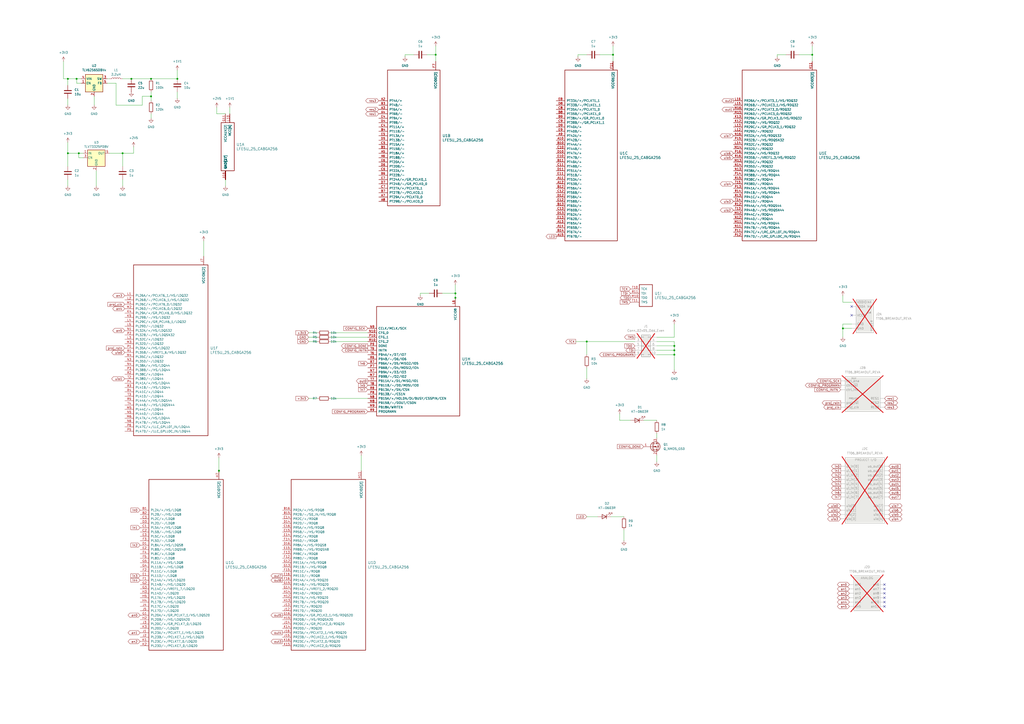
<source format=kicad_sch>
(kicad_sch (version 20231120) (generator "eeschema") (generator_version "8.0")
  (paper "A2")
  (title_block (title "ECP5 TT carrier board") (company "Team Rebellion"))
  (lib_symbols
    (symbol "Connector_Generic:Conn_02x05_Odd_Even" (pin_names (offset 1.016) hide)
      (property "Reference" "J" (at 1.27 7.62 0))
      (property "Value" "Conn_02x05_Odd_Even" (at 1.27 -7.62 0))
      (symbol "Conn_02x05_Odd_Even_1_1"
        (pin passive line (at -5.08 5.08 0) (length 3.81) (name "Pin_1") (number "1"))
        (pin passive line (at 7.62 -5.08 180) (length 3.81) (name "Pin_10") (number "10"))
        (pin passive line (at 7.62 5.08 180) (length 3.81) (name "Pin_2") (number "2"))
        (pin passive line (at -5.08 2.54 0) (length 3.81) (name "Pin_3") (number "3"))
        (pin passive line (at 7.62 2.54 180) (length 3.81) (name "Pin_4") (number "4"))
        (pin passive line (at -5.08 0 0) (length 3.81) (name "Pin_5") (number "5"))
        (pin passive line (at 7.62 0 180) (length 3.81) (name "Pin_6") (number "6"))
        (pin passive line (at -5.08 -2.54 0) (length 3.81) (name "Pin_7") (number "7"))
        (pin passive line (at 7.62 -2.54 180) (length 3.81) (name "Pin_8") (number "8"))
        (pin passive line (at -5.08 -5.08 0) (length 3.81) (name "Pin_9") (number "9"))
      )
    )
    (symbol "Device:C" (pin_numbers hide) (pin_names (offset 0.254))
      (property "Reference" "C" (at 0.635 2.54 0))
      (property "Value" "C" (at 0.635 -2.54 0))
      (symbol "C_1_1"
        (pin passive line (at 0 3.81 270) (length 2.794) (name "~") (number "1"))
        (pin passive line (at 0 -3.81 90) (length 2.794) (name "~") (number "2"))
      )
    )
    (symbol "Device:L" (pin_numbers hide) (pin_names (offset 1.016) hide)
      (property "Reference" "L" (at -1.27 0 90))
      (property "Value" "L" (at 1.905 0 90))
      (symbol "L_1_1"
        (pin passive line (at 0 3.81 270) (length 1.27) (name "1") (number "1"))
        (pin passive line (at 0 -3.81 90) (length 1.27) (name "2") (number "2"))
      )
    )
    (symbol "Device:LED" (pin_numbers hide) (pin_names (offset 1.016) hide)
      (property "Reference" "D" (at 0 2.54 0))
      (property "Value" "LED" (at 0 -2.54 0))
      (symbol "LED_1_1"
        (pin passive line (at -3.81 0 0) (length 2.54) (name "K") (number "1"))
        (pin passive line (at 3.81 0 180) (length 2.54) (name "A") (number "2"))
      )
    )
    (symbol "Device:Q_NMOS_GSD" (pin_names (offset 0) hide)
      (property "Reference" "Q" (at 5.08 1.27 0))
      (property "Value" "Q_NMOS_GSD" (at 5.08 -1.27 0))
      (symbol "Q_NMOS_GSD_1_1"
        (pin input line (at -5.08 0 0) (length 2.54) (name "G") (number "1"))
        (pin passive line (at 2.54 -5.08 90) (length 2.54) (name "S") (number "2"))
        (pin passive line (at 2.54 5.08 270) (length 2.54) (name "D") (number "3"))
      )
    )
    (symbol "Device:R" (pin_numbers hide) (pin_names (offset 0))
      (property "Reference" "R" (at 2.032 0 90))
      (property "Value" "R" (at 0 0 90))
      (symbol "R_1_1"
        (pin passive line (at 0 3.81 270) (length 1.27) (name "~") (number "1"))
        (pin passive line (at 0 -3.81 90) (length 1.27) (name "~") (number "2"))
      )
    )
    (symbol "Lattice_ECP5_FPGA:ECP5U_25_CABGA256" (pin_names (offset 1.016))
      (property "Reference" "U" (at 3.81 6.35 0))
      (property "Value" "ECP5U_25_CABGA256" (at 3.81 3.81 0))
      (symbol "ECP5U_25_CABGA256_1_1"
        (pin power_in line (at 7.62 -15.24 90) (length 5.08) (name "GND[27]") (number "A1"))
        (pin power_in line (at 7.62 -15.24 90) (length 5.08) (name "GND[27]") (number "A16"))
        (pin power_in line (at 7.62 -15.24 90) (length 5.08) (name "GND[27]") (number "D15"))
        (pin power_in line (at 7.62 -15.24 90) (length 5.08) (name "GND[27]") (number "D2"))
        (pin power_in line (at 7.62 -15.24 90) (length 5.08) (name "GND[27]") (number "F8"))
        (pin power_in line (at 7.62 -15.24 90) (length 5.08) (name "GND[27]") (number "F9"))
        (pin power_in line (at 7.62 -15.24 90) (length 5.08) (name "GND[27]") (number "G10"))
        (pin power_in line (at 7.62 22.86 270) (length 5.08) (name "VCCAUX[2]") (number "G11"))
        (pin power_in line (at 10.16 22.86 270) (length 5.08) (name "VCC[6]") (number "G6"))
        (pin power_in line (at 10.16 22.86 270) (length 5.08) (name "VCC[6]") (number "G7"))
        (pin power_in line (at 7.62 -15.24 90) (length 5.08) (name "GND[27]") (number "G8"))
        (pin power_in line (at 10.16 22.86 270) (length 5.08) (name "VCC[6]") (number "G9"))
        (pin power_in line (at 7.62 -15.24 90) (length 5.08) (name "GND[27]") (number "H1"))
        (pin power_in line (at 7.62 -15.24 90) (length 5.08) (name "GND[27]") (number "H10"))
        (pin power_in line (at 7.62 -15.24 90) (length 5.08) (name "GND[27]") (number "H16"))
        (pin power_in line (at 7.62 -15.24 90) (length 5.08) (name "GND[27]") (number "H8"))
        (pin power_in line (at 7.62 -15.24 90) (length 5.08) (name "GND[27]") (number "H9"))
        (pin power_in line (at 7.62 -15.24 90) (length 5.08) (name "GND[27]") (number "J10"))
        (pin power_in line (at 7.62 -15.24 90) (length 5.08) (name "GND[27]") (number "J8"))
        (pin power_in line (at 7.62 -15.24 90) (length 5.08) (name "GND[27]") (number "J9"))
        (pin power_in line (at 7.62 -15.24 90) (length 5.08) (name "GND[27]") (number "K10"))
        (pin power_in line (at 7.62 -15.24 90) (length 5.08) (name "GND[27]") (number "K6"))
        (pin power_in line (at 7.62 -15.24 90) (length 5.08) (name "GND[27]") (number "K7"))
        (pin power_in line (at 7.62 -15.24 90) (length 5.08) (name "GND[27]") (number "K8"))
        (pin power_in line (at 7.62 -15.24 90) (length 5.08) (name "GND[27]") (number "K9"))
        (pin power_in line (at 10.16 22.86 270) (length 5.08) (name "VCC[6]") (number "L10"))
        (pin power_in line (at 7.62 22.86 270) (length 5.08) (name "VCCAUX[2]") (number "L7"))
        (pin power_in line (at 10.16 22.86 270) (length 5.08) (name "VCC[6]") (number "L8"))
        (pin power_in line (at 10.16 22.86 270) (length 5.08) (name "VCC[6]") (number "L9"))
        (pin power_in line (at 7.62 -15.24 90) (length 5.08) (name "GND[27]") (number "N15"))
        (pin power_in line (at 7.62 -15.24 90) (length 5.08) (name "GND[27]") (number "N2"))
        (pin power_in line (at 7.62 -15.24 90) (length 5.08) (name "GND[27]") (number "T1"))
        (pin power_in line (at 7.62 -15.24 90) (length 5.08) (name "GND[27]") (number "T12"))
        (pin power_in line (at 7.62 -15.24 90) (length 5.08) (name "GND[27]") (number "T16"))
        (pin power_in line (at 7.62 -15.24 90) (length 5.08) (name "GND[27]") (number "T5"))
      )
      (symbol "ECP5U_25_CABGA256_2_1"
        (pin bidirectional line (at 0 0 0) (length 5.08) (name "PT4A/+") (number "A2"))
        (pin bidirectional line (at 0 -5.08 0) (length 5.08) (name "PT6A/+") (number "A3"))
        (pin bidirectional line (at 0 -7.62 0) (length 5.08) (name "PT6B/-") (number "A4"))
        (pin bidirectional line (at 0 -30.48 0) (length 5.08) (name "PT18A/+") (number "A5"))
        (pin bidirectional line (at 0 -33.02 0) (length 5.08) (name "PT18B/-") (number "A6"))
        (pin bidirectional line (at 0 -55.88 0) (length 5.08) (name "PT29A/+/PCLKT0_0") (number "A7"))
        (pin bidirectional line (at 0 -58.42 0) (length 5.08) (name "PT29B/-/PCLKC0_0") (number "A8"))
        (pin bidirectional line (at 0 -2.54 0) (length 5.08) (name "PT4B/-") (number "B3"))
        (pin bidirectional line (at 0 -17.78 0) (length 5.08) (name "PT11B/-") (number "B4"))
        (pin bidirectional line (at 0 -27.94 0) (length 5.08) (name "PT15B/-") (number "B5"))
        (pin bidirectional line (at 0 -43.18 0) (length 5.08) (name "PT22B/-") (number "B6"))
        (pin bidirectional line (at 0 -53.34 0) (length 5.08) (name "PT27B/-/PCLKC0_1") (number "B7"))
        (pin bidirectional line (at 0 -15.24 0) (length 5.08) (name "PT11A/+") (number "C4"))
        (pin bidirectional line (at 0 -25.4 0) (length 5.08) (name "PT15A/+") (number "C5"))
        (pin bidirectional line (at 0 -40.64 0) (length 5.08) (name "PT22A/+") (number "C6"))
        (pin bidirectional line (at 0 -50.8 0) (length 5.08) (name "PT27A/+/PCLKT0_1") (number "C7"))
        (pin bidirectional line (at 0 -12.7 0) (length 5.08) (name "PT9B/-") (number "D4"))
        (pin bidirectional line (at 0 -22.86 0) (length 5.08) (name "PT13B/-") (number "D5"))
        (pin bidirectional line (at 0 -38.1 0) (length 5.08) (name "PT20B/-") (number "D6"))
        (pin bidirectional line (at 0 -48.26 0) (length 5.08) (name "PT24B/-/GR_PCLK0_0") (number "D7"))
        (pin bidirectional line (at 0 -10.16 0) (length 5.08) (name "PT9A/+") (number "E4"))
        (pin bidirectional line (at 0 -20.32 0) (length 5.08) (name "PT13A/+") (number "E5"))
        (pin bidirectional line (at 0 -35.56 0) (length 5.08) (name "PT20A/+") (number "E6"))
        (pin bidirectional line (at 0 -45.72 0) (length 5.08) (name "PT24A/+/GR_PCLK0_1") (number "E7"))
        (pin power_in line (at 33.02 22.86 270) (length 5.08) (name "VCCIO0[2]") (number "F6"))
        (pin power_in line (at 33.02 22.86 270) (length 5.08) (name "VCCIO0[2]") (number "F7"))
      )
      (symbol "ECP5U_25_CABGA256_3_1"
        (pin bidirectional line (at 0 -22.86 0) (length 5.08) (name "PT42B/-") (number "A10"))
        (pin bidirectional line (at 0 -45.72 0) (length 5.08) (name "PT53A/+") (number "A11"))
        (pin bidirectional line (at 0 -48.26 0) (length 5.08) (name "PT53B/-") (number "A12"))
        (pin bidirectional line (at 0 -71.12 0) (length 5.08) (name "PT65A/+") (number "A13"))
        (pin bidirectional line (at 0 -73.66 0) (length 5.08) (name "PT65B/-") (number "A14"))
        (pin bidirectional line (at 0 -78.74 0) (length 5.08) (name "PT67B/-") (number "A15"))
        (pin bidirectional line (at 0 -20.32 0) (length 5.08) (name "PT42A/+") (number "A9"))
        (pin bidirectional line (at 0 -25.4 0) (length 5.08) (name "PT44A/+") (number "B10"))
        (pin bidirectional line (at 0 -35.56 0) (length 5.08) (name "PT49A/+") (number "B11"))
        (pin bidirectional line (at 0 -50.8 0) (length 5.08) (name "PT56A/+") (number "B12"))
        (pin bidirectional line (at 0 -60.96 0) (length 5.08) (name "PT60A/+") (number "B13"))
        (pin bidirectional line (at 0 -76.2 0) (length 5.08) (name "PT67A/+") (number "B14"))
        (pin bidirectional line (at 0 -7.62 0) (length 5.08) (name "PT35B/-/PCLKC1_0") (number "B8"))
        (pin bidirectional line (at 0 -10.16 0) (length 5.08) (name "PT38A/+/GR_PCLK1_0") (number "B9"))
        (pin bidirectional line (at 0 -27.94 0) (length 5.08) (name "PT44B/-") (number "C10"))
        (pin bidirectional line (at 0 -38.1 0) (length 5.08) (name "PT49B/-") (number "C11"))
        (pin bidirectional line (at 0 -53.34 0) (length 5.08) (name "PT56B/-") (number "C12"))
        (pin bidirectional line (at 0 -63.5 0) (length 5.08) (name "PT60B/-") (number "C13"))
        (pin bidirectional line (at 0 -5.08 0) (length 5.08) (name "PT35A/+/PCLKT1_0") (number "C8"))
        (pin bidirectional line (at 0 -12.7 0) (length 5.08) (name "PT38B/-/GR_PCLK1_1") (number "C9"))
        (pin bidirectional line (at 0 -30.48 0) (length 5.08) (name "PT47A/+") (number "D10"))
        (pin bidirectional line (at 0 -40.64 0) (length 5.08) (name "PT51A/+") (number "D11"))
        (pin bidirectional line (at 0 -55.88 0) (length 5.08) (name "PT58A/+") (number "D12"))
        (pin bidirectional line (at 0 -66.04 0) (length 5.08) (name "PT62A/+") (number "D13"))
        (pin bidirectional line (at 0 -2.54 0) (length 5.08) (name "PT33B/-/PCLKC1_1") (number "D8"))
        (pin bidirectional line (at 0 -15.24 0) (length 5.08) (name "PT40A/+") (number "D9"))
        (pin bidirectional line (at 0 -33.02 0) (length 5.08) (name "PT47B/-") (number "E10"))
        (pin bidirectional line (at 0 -43.18 0) (length 5.08) (name "PT51B/-") (number "E11"))
        (pin bidirectional line (at 0 -58.42 0) (length 5.08) (name "PT58B/-") (number "E12"))
        (pin bidirectional line (at 0 -68.58 0) (length 5.08) (name "PT62B/-") (number "E13"))
        (pin bidirectional line (at 0 0 0) (length 5.08) (name "PT33A/+/PCLKT1_1") (number "E8"))
        (pin bidirectional line (at 0 -17.78 0) (length 5.08) (name "PT40B/-") (number "E9"))
        (pin power_in line (at 33.02 22.86 270) (length 5.08) (name "VCCIO1[2]") (number "F10"))
        (pin power_in line (at 33.02 22.86 270) (length 5.08) (name "VCCIO1[2]") (number "F11"))
      )
      (symbol "ECP5U_25_CABGA256_4_1"
        (pin bidirectional line (at 0 -2.54 0) (length 5.08) (name "PR2B/-/S0_IN/HS/RDQ8") (number "B15"))
        (pin bidirectional line (at 0 0 0) (length 5.08) (name "PR2A/+/HS/RDQ8") (number "B16"))
        (pin bidirectional line (at 0 -5.08 0) (length 5.08) (name "PR2C/+/RDQ8") (number "C14"))
        (pin bidirectional line (at 0 -12.7 0) (length 5.08) (name "PR5B/-/HS/RDQ8") (number "C15"))
        (pin bidirectional line (at 0 -10.16 0) (length 5.08) (name "PR5A/+/HS/RDQ8") (number "C16"))
        (pin bidirectional line (at 0 -7.62 0) (length 5.08) (name "PR2D/-/RDQ8") (number "D14"))
        (pin bidirectional line (at 0 -20.32 0) (length 5.08) (name "PR8A/+/HS/RDQS8") (number "D16"))
        (pin bidirectional line (at 0 -15.24 0) (length 5.08) (name "PR5C/+/RDQ8") (number "E14"))
        (pin bidirectional line (at 0 -22.86 0) (length 5.08) (name "PR8B/-/HS/RDQSN8") (number "E15"))
        (pin bidirectional line (at 0 -38.1 0) (length 5.08) (name "PR11D/-/RDQ8") (number "E16"))
        (pin bidirectional line (at 0 -27.94 0) (length 5.08) (name "PR8D/-/RDQ8") (number "F12"))
        (pin bidirectional line (at 0 -25.4 0) (length 5.08) (name "PR8C/+/RDQ8") (number "F13"))
        (pin bidirectional line (at 0 -17.78 0) (length 5.08) (name "PR5D/-/RDQ8") (number "F14"))
        (pin bidirectional line (at 0 -35.56 0) (length 5.08) (name "PR11C/+/RDQ8") (number "F15"))
        (pin bidirectional line (at 0 -40.64 0) (length 5.08) (name "PR14A/+/HS/RDQ20") (number "F16"))
        (pin bidirectional line (at 0 -30.48 0) (length 5.08) (name "PR11A/+/HS/RDQ8") (number "G12"))
        (pin bidirectional line (at 0 -33.02 0) (length 5.08) (name "PR11B/-/HS/RDQ8") (number "G13"))
        (pin bidirectional line (at 0 -45.72 0) (length 5.08) (name "PR14C/+/VREF1_2/RDQ20") (number "G14"))
        (pin bidirectional line (at 0 -43.18 0) (length 5.08) (name "PR14B/-/HS/RDQ20") (number "G15"))
        (pin bidirectional line (at 0 -60.96 0) (length 5.08) (name "PR20A/+/GR_PCLK2_1/HS/RDQS20") (number "G16"))
        (pin power_in line (at 45.72 22.86 270) (length 5.08) (name "VCCIO2[2]") (number "H11"))
        (pin bidirectional line (at 0 -50.8 0) (length 5.08) (name "PR17A/+/HS/RDQ20") (number "H12"))
        (pin bidirectional line (at 0 -53.34 0) (length 5.08) (name "PR17B/-/HS/RDQ20") (number "H13"))
        (pin bidirectional line (at 0 -48.26 0) (length 5.08) (name "PR14D/-/RDQ20") (number "H14"))
        (pin bidirectional line (at 0 -63.5 0) (length 5.08) (name "PR20B/-/HS/RDQSN20") (number "H15"))
        (pin power_in line (at 45.72 22.86 270) (length 5.08) (name "VCCIO2[2]") (number "J11"))
        (pin bidirectional line (at 0 -58.42 0) (length 5.08) (name "PR17D/-/RDQ20") (number "J12"))
        (pin bidirectional line (at 0 -55.88 0) (length 5.08) (name "PR17C/+/RDQ20") (number "J13"))
        (pin bidirectional line (at 0 -66.04 0) (length 5.08) (name "PR20C/+/GR_PCLK2_0/RDQ20") (number "J14"))
        (pin bidirectional line (at 0 -73.66 0) (length 5.08) (name "PR23B/-/PCLKC2_1/HS/RDQ20") (number "J15"))
        (pin bidirectional line (at 0 -71.12 0) (length 5.08) (name "PR23A/+/PCLKT2_1/HS/RDQ20") (number "J16"))
        (pin bidirectional line (at 0 -68.58 0) (length 5.08) (name "PR20D/-/RDQ20") (number "K14"))
        (pin bidirectional line (at 0 -78.74 0) (length 5.08) (name "PR23D/-/PCLKC2_0/RDQ20") (number "K15"))
        (pin bidirectional line (at 0 -76.2 0) (length 5.08) (name "PR23C/+/PCLKT2_0/RDQ20") (number "K16"))
      )
      (symbol "ECP5U_25_CABGA256_5_1"
        (pin power_in line (at 45.72 22.86 270) (length 5.08) (name "VCCIO3[2]") (number "K11"))
        (pin bidirectional line (at 0 -12.7 0) (length 5.08) (name "PR29B/-/HS/RDQ32") (number "K12"))
        (pin bidirectional line (at 0 -10.16 0) (length 5.08) (name "PR29A/+/GR_PCLK3_0/HS/RDQ32") (number "K13"))
        (pin power_in line (at 45.72 22.86 270) (length 5.08) (name "VCCIO3[2]") (number "L11"))
        (pin bidirectional line (at 0 -17.78 0) (length 5.08) (name "PR29D/-/RDQ32") (number "L12"))
        (pin bidirectional line (at 0 -15.24 0) (length 5.08) (name "PR29C/+/GR_PCLK3_1/RDQ32") (number "L13"))
        (pin bidirectional line (at 0 -25.4 0) (length 5.08) (name "PR32C/+/RDQ32") (number "L14"))
        (pin bidirectional line (at 0 -2.54 0) (length 5.08) (name "PR26B/-/PCLKC3_1/HS/RDQ32") (number "L15"))
        (pin bidirectional line (at 0 0 0) (length 5.08) (name "PR26A/+/PCLKT3_1/HS/RDQ32") (number "L16"))
        (pin bidirectional line (at 0 -71.12 0) (length 5.08) (name "PR47A/+/HS/RDQ44") (number "M11"))
        (pin bidirectional line (at 0 -66.04 0) (length 5.08) (name "PR44C/+/RDQ44") (number "M12"))
        (pin bidirectional line (at 0 -35.56 0) (length 5.08) (name "PR35C/+/RDQ32") (number "M13"))
        (pin bidirectional line (at 0 -27.94 0) (length 5.08) (name "PR32D/-/RDQ32") (number "M14"))
        (pin bidirectional line (at 0 -7.62 0) (length 5.08) (name "PR26D/-/PCLKC3_0/RDQ32") (number "M15"))
        (pin bidirectional line (at 0 -5.08 0) (length 5.08) (name "PR26C/+/PCLKT3_0/RDQ32") (number "M16"))
        (pin bidirectional line (at 0 -73.66 0) (length 5.08) (name "PR47B/-/HS/RDQ44") (number "N11"))
        (pin bidirectional line (at 0 -68.58 0) (length 5.08) (name "PR44D/-/RDQ44") (number "N12"))
        (pin bidirectional line (at 0 -40.64 0) (length 5.08) (name "PR38A/+/HS/RDQ44") (number "N13"))
        (pin bidirectional line (at 0 -38.1 0) (length 5.08) (name "PR35D/-/RDQ32") (number "N14"))
        (pin bidirectional line (at 0 -20.32 0) (length 5.08) (name "PR32A/+/HS/RDQS32") (number "N16"))
        (pin bidirectional line (at 0 -76.2 0) (length 5.08) (name "PR47C/+/LRC_GPLL0T_IN/RDQ44") (number "P11"))
        (pin bidirectional line (at 0 -78.74 0) (length 5.08) (name "PR47D/-/LRC_GPLL0C_IN/RDQ44") (number "P12"))
        (pin bidirectional line (at 0 -50.8 0) (length 5.08) (name "PR41A/+/HS/RDQ44") (number "P13"))
        (pin bidirectional line (at 0 -43.18 0) (length 5.08) (name "PR38B/-/HS/RDQ44") (number "P14"))
        (pin bidirectional line (at 0 -22.86 0) (length 5.08) (name "PR32B/-/HS/RDQSN32") (number "P15"))
        (pin bidirectional line (at 0 -30.48 0) (length 5.08) (name "PR35A/+/HS/RDQ32") (number "P16"))
        (pin bidirectional line (at 0 -60.96 0) (length 5.08) (name "PR44A/+/HS/RDQS44") (number "R12"))
        (pin bidirectional line (at 0 -55.88 0) (length 5.08) (name "PR41C/+/RDQ44") (number "R13"))
        (pin bidirectional line (at 0 -53.34 0) (length 5.08) (name "PR41B/-/HS/RDQ44") (number "R14"))
        (pin bidirectional line (at 0 -45.72 0) (length 5.08) (name "PR38C/+/RDQ44") (number "R15"))
        (pin bidirectional line (at 0 -33.02 0) (length 5.08) (name "PR35B/-/VREF1_3/HS/RDQ32") (number "R16"))
        (pin bidirectional line (at 0 -63.5 0) (length 5.08) (name "PR44B/-/HS/RDQSN44") (number "T13"))
        (pin bidirectional line (at 0 -58.42 0) (length 5.08) (name "PR41D/-/RDQ44") (number "T14"))
        (pin bidirectional line (at 0 -48.26 0) (length 5.08) (name "PR38D/-/RDQ44") (number "T15"))
      )
      (symbol "ECP5U_25_CABGA256_6_1"
        (pin power_in line (at 45.72 22.86 270) (length 5.08) (name "VCCIO6[2]") (number "J6"))
        (pin power_in line (at 45.72 22.86 270) (length 5.08) (name "VCCIO6[2]") (number "J7"))
        (pin bidirectional line (at 0 -10.16 0) (length 5.08) (name "PL29A/+/GR_PCLK6_0/HS/LDQ32") (number "K4"))
        (pin bidirectional line (at 0 -12.7 0) (length 5.08) (name "PL29B/-/HS/LDQ32") (number "K5"))
        (pin bidirectional line (at 0 0 0) (length 5.08) (name "PL26A/+/PCLKT6_1/HS/LDQ32") (number "L1"))
        (pin bidirectional line (at 0 -2.54 0) (length 5.08) (name "PL26B/-/PCLKC6_1/HS/LDQ32") (number "L2"))
        (pin bidirectional line (at 0 -25.4 0) (length 5.08) (name "PL32C/+/LDQ32") (number "L3"))
        (pin bidirectional line (at 0 -15.24 0) (length 5.08) (name "PL29C/+/GR_PCLK6_1/LDQ32") (number "L4"))
        (pin bidirectional line (at 0 -17.78 0) (length 5.08) (name "PL29D/-/LDQ32") (number "L5"))
        (pin bidirectional line (at 0 -5.08 0) (length 5.08) (name "PL26C/+/PCLKT6_0/LDQ32") (number "M1"))
        (pin bidirectional line (at 0 -7.62 0) (length 5.08) (name "PL26D/-/PCLKC6_0/LDQ32") (number "M2"))
        (pin bidirectional line (at 0 -27.94 0) (length 5.08) (name "PL32D/-/LDQ32") (number "M3"))
        (pin bidirectional line (at 0 -35.56 0) (length 5.08) (name "PL35C/+/LDQ32") (number "M4"))
        (pin bidirectional line (at 0 -66.04 0) (length 5.08) (name "PL44C/+/LDQ44") (number "M5"))
        (pin bidirectional line (at 0 -71.12 0) (length 5.08) (name "PL47A/+/HS/LDQ44") (number "M6"))
        (pin bidirectional line (at 0 -20.32 0) (length 5.08) (name "PL32A/+/HS/LDQS32") (number "N1"))
        (pin bidirectional line (at 0 -38.1 0) (length 5.08) (name "PL35D/-/LDQ32") (number "N3"))
        (pin bidirectional line (at 0 -40.64 0) (length 5.08) (name "PL38A/+/HS/LDQ44") (number "N4"))
        (pin bidirectional line (at 0 -68.58 0) (length 5.08) (name "PL44D/-/LDQ44") (number "N5"))
        (pin bidirectional line (at 0 -73.66 0) (length 5.08) (name "PL47B/-/HS/LDQ44") (number "N6"))
        (pin bidirectional line (at 0 -30.48 0) (length 5.08) (name "PL35A/+/HS/LDQ32") (number "P1"))
        (pin bidirectional line (at 0 -22.86 0) (length 5.08) (name "PL32B/-/HS/LDQSN32") (number "P2"))
        (pin bidirectional line (at 0 -43.18 0) (length 5.08) (name "PL38B/-/HS/LDQ44") (number "P3"))
        (pin bidirectional line (at 0 -50.8 0) (length 5.08) (name "PL41A/+/HS/LDQ44") (number "P4"))
        (pin bidirectional line (at 0 -78.74 0) (length 5.08) (name "PL47D/-/LLC_GPLL0C_IN/LDQ44") (number "P5"))
        (pin bidirectional line (at 0 -76.2 0) (length 5.08) (name "PL47C/+/LLC_GPLL0T_IN/LDQ44") (number "P6"))
        (pin bidirectional line (at 0 -33.02 0) (length 5.08) (name "PL35B/-/VREF1_6/HS/LDQ32") (number "R1"))
        (pin bidirectional line (at 0 -45.72 0) (length 5.08) (name "PL38C/+/LDQ44") (number "R2"))
        (pin bidirectional line (at 0 -53.34 0) (length 5.08) (name "PL41B/-/HS/LDQ44") (number "R3"))
        (pin bidirectional line (at 0 -55.88 0) (length 5.08) (name "PL41C/+/LDQ44") (number "R4"))
        (pin bidirectional line (at 0 -60.96 0) (length 5.08) (name "PL44A/+/HS/LDQS44") (number "R5"))
        (pin bidirectional line (at 0 -48.26 0) (length 5.08) (name "PL38D/-/LDQ44") (number "T2"))
        (pin bidirectional line (at 0 -58.42 0) (length 5.08) (name "PL41D/-/LDQ44") (number "T3"))
        (pin bidirectional line (at 0 -63.5 0) (length 5.08) (name "PL44B/-/HS/LDQSN44") (number "T4"))
      )
      (symbol "ECP5U_25_CABGA256_7_1"
        (pin bidirectional line (at 0 0 0) (length 5.08) (name "PL2A/+/HS/LDQ8") (number "B1"))
        (pin bidirectional line (at 0 -2.54 0) (length 5.08) (name "PL2B/-/HS/LDQ8") (number "B2"))
        (pin bidirectional line (at 0 -10.16 0) (length 5.08) (name "PL5A/+/HS/LDQ8") (number "C1"))
        (pin bidirectional line (at 0 -12.7 0) (length 5.08) (name "PL5B/-/HS/LDQ8") (number "C2"))
        (pin bidirectional line (at 0 -5.08 0) (length 5.08) (name "PL2C/+/LDQ8") (number "C3"))
        (pin bidirectional line (at 0 -20.32 0) (length 5.08) (name "PL8A/+/HS/LDQS8") (number "D1"))
        (pin bidirectional line (at 0 -7.62 0) (length 5.08) (name "PL2D/-/LDQ8") (number "D3"))
        (pin bidirectional line (at 0 -38.1 0) (length 5.08) (name "PL11D/-/LDQ8") (number "E1"))
        (pin bidirectional line (at 0 -22.86 0) (length 5.08) (name "PL8B/-/HS/LDQSN8") (number "E2"))
        (pin bidirectional line (at 0 -15.24 0) (length 5.08) (name "PL5C/+/LDQ8") (number "E3"))
        (pin bidirectional line (at 0 -40.64 0) (length 5.08) (name "PL14A/+/HS/LDQ20") (number "F1"))
        (pin bidirectional line (at 0 -35.56 0) (length 5.08) (name "PL11C/+/LDQ8") (number "F2"))
        (pin bidirectional line (at 0 -17.78 0) (length 5.08) (name "PL5D/-/LDQ8") (number "F3"))
        (pin bidirectional line (at 0 -25.4 0) (length 5.08) (name "PL8C/+/LDQ8") (number "F4"))
        (pin bidirectional line (at 0 -27.94 0) (length 5.08) (name "PL8D/-/LDQ8") (number "F5"))
        (pin bidirectional line (at 0 -60.96 0) (length 5.08) (name "PL20A/+/GR_PCLK7_1/HS/LDQS20") (number "G1"))
        (pin bidirectional line (at 0 -43.18 0) (length 5.08) (name "PL14B/-/HS/LDQ20") (number "G2"))
        (pin bidirectional line (at 0 -45.72 0) (length 5.08) (name "PL14C/+/VREF1_7/LDQ20") (number "G3"))
        (pin bidirectional line (at 0 -33.02 0) (length 5.08) (name "PL11B/-/HS/LDQ8") (number "G4"))
        (pin bidirectional line (at 0 -30.48 0) (length 5.08) (name "PL11A/+/HS/LDQ8") (number "G5"))
        (pin bidirectional line (at 0 -63.5 0) (length 5.08) (name "PL20B/-/HS/LDQSN20") (number "H2"))
        (pin bidirectional line (at 0 -48.26 0) (length 5.08) (name "PL14D/-/LDQ20") (number "H3"))
        (pin bidirectional line (at 0 -53.34 0) (length 5.08) (name "PL17B/-/HS/LDQ20") (number "H4"))
        (pin bidirectional line (at 0 -50.8 0) (length 5.08) (name "PL17A/+/HS/LDQ20") (number "H5"))
        (pin power_in line (at 45.72 22.86 270) (length 5.08) (name "VCCIO7[2]") (number "H6"))
        (pin power_in line (at 45.72 22.86 270) (length 5.08) (name "VCCIO7[2]") (number "H7"))
        (pin bidirectional line (at 0 -71.12 0) (length 5.08) (name "PL23A/+/PCLKT7_1/HS/LDQ20") (number "J1"))
        (pin bidirectional line (at 0 -73.66 0) (length 5.08) (name "PL23B/-/PCLKC7_1/HS/LDQ20") (number "J2"))
        (pin bidirectional line (at 0 -66.04 0) (length 5.08) (name "PL20C/+/GR_PCLK7_0/LDQ20") (number "J3"))
        (pin bidirectional line (at 0 -55.88 0) (length 5.08) (name "PL17C/+/LDQ20") (number "J4"))
        (pin bidirectional line (at 0 -58.42 0) (length 5.08) (name "PL17D/-/LDQ20") (number "J5"))
        (pin bidirectional line (at 0 -76.2 0) (length 5.08) (name "PL23C/+/PCLKT7_0/LDQ20") (number "K1"))
        (pin bidirectional line (at 0 -78.74 0) (length 5.08) (name "PL23D/-/PCLKC7_0/LDQ20") (number "K2"))
        (pin bidirectional line (at 0 -68.58 0) (length 5.08) (name "PL20D/-/LDQ20") (number "K3"))
      )
      (symbol "ECP5U_25_CABGA256_8_1"
        (pin power_in line (at 50.8 17.78 270) (length 5.08) (name "VCCIO8") (number "L6"))
        (pin bidirectional line (at 0 -27.94 0) (length 5.08) (name "PB9B/-/D2/IO2") (number "M7"))
        (pin bidirectional line (at 0 -43.18 0) (length 5.08) (name "PB15B/-/DOUT/CSON") (number "M8"))
        (pin bidirectional line (at 0 -45.72 0) (length 5.08) (name "PB18A/WRITEN") (number "M9"))
        (pin bidirectional line (at 0 -2.54 0) (length 5.08) (name "CFG_0") (number "N10"))
        (pin bidirectional line (at 0 -25.4 0) (length 5.08) (name "PB9A/+/D3/IO3") (number "N7"))
        (pin bidirectional line (at 0 -40.64 0) (length 5.08) (name "PB15A/+/HOLDN/DI/BUSY/CSSPIN/CEN") (number "N8"))
        (pin bidirectional line (at 0 0 0) (length 5.08) (name "CCLK/MCLK/SCK") (number "N9"))
        (pin bidirectional line (at 0 -5.08 0) (length 5.08) (name "CFG_1") (number "P10"))
        (pin bidirectional line (at 0 -22.86 0) (length 5.08) (name "PB6B/-/D4/MOSI2/IO4") (number "P7"))
        (pin bidirectional line (at 0 -38.1 0) (length 5.08) (name "PB13B/-/CS1N") (number "P8"))
        (pin bidirectional line (at 0 -10.16 0) (length 5.08) (name "DONE") (number "P9"))
        (pin bidirectional line (at 0 -7.62 0) (length 5.08) (name "CFG_2") (number "R10"))
        (pin bidirectional line (at 0 -17.78 0) (length 5.08) (name "PB4B/-/D6/IO6") (number "R6"))
        (pin bidirectional line (at 0 -20.32 0) (length 5.08) (name "PB6A/+/D5/MISO2/IO5") (number "R7"))
        (pin bidirectional line (at 0 -35.56 0) (length 5.08) (name "PB13A/+/SN/CSN") (number "R8"))
        (pin bidirectional line (at 0 -48.26 0) (length 5.08) (name "PROGRAMN") (number "R9"))
        (pin bidirectional line (at 0 -15.24 0) (length 5.08) (name "PB4A/+/D7/IO7") (number "T6"))
        (pin bidirectional line (at 0 -30.48 0) (length 5.08) (name "PB11A/+/D1/MISO/IO1") (number "T7"))
        (pin bidirectional line (at 0 -33.02 0) (length 5.08) (name "PB11B/-/D0/MOSI/IO0") (number "T8"))
        (pin bidirectional line (at 0 -12.7 0) (length 5.08) (name "INITN") (number "T9"))
      )
      (symbol "ECP5U_25_CABGA256_9_1"
        (pin bidirectional line (at 0 -5.08 0) (length 5.08) (name "TDO") (number "M10"))
        (pin bidirectional line (at 0 -2.54 0) (length 5.08) (name "TDI") (number "R11"))
        (pin bidirectional line (at 0 0 0) (length 5.08) (name "TCK") (number "T10"))
        (pin bidirectional line (at 0 -7.62 0) (length 5.08) (name "TMS") (number "T11"))
      )
    )
    (symbol "Regulator_Linear:TLV73325PDBV" (pin_names (offset 0.254))
      (property "Reference" "U" (at -3.81 5.715 0))
      (property "Value" "TLV73325PDBV" (at 0 5.715 0))
      (symbol "TLV73325PDBV_1_1"
        (pin power_in line (at -7.62 2.54 0) (length 2.54) (name "IN") (number "1"))
        (pin power_in line (at 0 -7.62 90) (length 2.54) (name "GND") (number "2"))
        (pin input line (at -7.62 0 0) (length 2.54) (name "EN") (number "3"))
        (pin no_connect line (at 5.08 0 180) (length 2.54) hide (name "NC") (number "4"))
        (pin power_out line (at 7.62 2.54 180) (length 2.54) (name "OUT") (number "5"))
      )
    )
    (symbol "Regulator_Switching:TLV62565DBVx"
      (property "Reference" "U" (at -5.08 6.35 0))
      (property "Value" "TLV62565DBVx" (at 7.62 6.35 0))
      (symbol "TLV62565DBVx_1_1"
        (pin input line (at -7.62 0 0) (length 2.54) (name "EN") (number "1"))
        (pin power_in line (at 0 -7.62 90) (length 2.54) (name "GND") (number "2"))
        (pin power_out line (at 7.62 2.54 180) (length 2.54) (name "SW") (number "3"))
        (pin power_in line (at -7.62 2.54 0) (length 2.54) (name "VIN") (number "4"))
        (pin input line (at 7.62 0 180) (length 2.54) (name "FB") (number "5"))
      )
    )
    (symbol "TinyTapeout:OPENFRAME_TT06_BREAKOUT_REVA" (pin_numbers hide)
      (property "Reference" "J" (at -16.51 25.4 0))
      (property "Value" "TT06_BREAKOUT_REVA" (at 0.762 -13.208 0))
      (symbol "OPENFRAME_TT06_BREAKOUT_REVA_1_1"
        (text "1v8" (at 2.54 6.604 0) (effects (font (size 0.8 0.8))))
        (text "3v3" (at 2.54 10.16 0) (effects (font (size 0.8 0.8))))
        (text "3v3" (at 2.54 12.7 0) (effects (font (size 0.8 0.8))))
        (text "POWER" (at 4.064 -1.016 900) (effects (font (size 1.27 1.27))))
        (pin power_in line (at -7.62 0 0) (length 2.54) (name "GND") (number "A1"))
        (pin power_in line (at -7.62 0 0) (length 2.54) hide (name "GND") (number "A12"))
        (pin power_in line (at -7.62 0 0) (length 2.54) hide (name "GND") (number "A15"))
        (pin power_in line (at -7.62 0 0) (length 2.54) hide (name "GND") (number "A18"))
        (pin power_in line (at -7.62 0 0) (length 2.54) hide (name "GND") (number "A21"))
        (pin power_in line (at -7.62 0 0) (length 2.54) hide (name "GND") (number "A23"))
        (pin power_in line (at -7.62 0 0) (length 2.54) hide (name "GND") (number "A25"))
        (pin power_in line (at -7.62 0 0) (length 2.54) hide (name "GND") (number "A27"))
        (pin power_in line (at -7.62 0 0) (length 2.54) hide (name "GND") (number "A29"))
        (pin power_in line (at -7.62 0 0) (length 2.54) hide (name "GND") (number "A31"))
        (pin power_in line (at -7.62 0 0) (length 2.54) hide (name "GND") (number "A32"))
        (pin power_in line (at -7.62 0 0) (length 2.54) hide (name "GND") (number "A33"))
        (pin power_in line (at -7.62 0 0) (length 2.54) hide (name "GND") (number "A37"))
        (pin power_in line (at -7.62 0 0) (length 2.54) hide (name "GND") (number "A38"))
        (pin power_in line (at -7.62 0 0) (length 2.54) hide (name "GND") (number "A5"))
        (pin power_in line (at -7.62 5.08 0) (length 2.54) (name "VCCD") (number "A7"))
        (pin power_in line (at -7.62 -2.54 0) (length 2.54) (name "GND") (number "B1"))
        (pin power_in line (at -7.62 -2.54 0) (length 2.54) hide (name "GND") (number "B10"))
        (pin power_in line (at -7.62 -2.54 0) (length 2.54) hide (name "GND") (number "B12"))
        (pin power_in line (at -7.62 -2.54 0) (length 2.54) hide (name "GND") (number "B14"))
        (pin power_in line (at -7.62 -2.54 0) (length 2.54) hide (name "GND") (number "B16"))
        (pin power_in line (at -7.62 -2.54 0) (length 2.54) hide (name "GND") (number "B17"))
        (pin power_in line (at -7.62 -2.54 0) (length 2.54) hide (name "GND") (number "B18"))
        (pin power_in line (at -7.62 10.16 0) (length 2.54) (name "VDDA") (number "B2"))
        (pin power_in line (at -7.62 -2.54 0) (length 2.54) hide (name "GND") (number "B23"))
        (pin power_in line (at -7.62 -2.54 0) (length 2.54) hide (name "GND") (number "B24"))
        (pin power_in line (at -7.62 -2.54 0) (length 2.54) hide (name "GND") (number "B29"))
        (pin power_in line (at -7.62 -2.54 0) (length 2.54) hide (name "GND") (number "B3"))
        (pin power_in line (at -7.62 -2.54 0) (length 2.54) hide (name "GND") (number "B30"))
        (pin power_in line (at -7.62 -2.54 0) (length 2.54) hide (name "GND") (number "B35"))
        (pin power_in line (at -7.62 -2.54 0) (length 2.54) hide (name "GND") (number "B36"))
        (pin power_in line (at -7.62 -2.54 0) (length 2.54) hide (name "GND") (number "B39"))
        (pin power_in line (at -7.62 12.7 0) (length 2.54) (name "VDDIO") (number "B4"))
        (pin power_in line (at -7.62 -2.54 0) (length 2.54) hide (name "GND") (number "B40"))
        (pin power_in line (at -7.62 -2.54 0) (length 2.54) hide (name "GND") (number "B6"))
        (pin power_in line (at -7.62 -2.54 0) (length 2.54) hide (name "GND") (number "B8"))
      )
      (symbol "OPENFRAME_TT06_BREAKOUT_REVA_2_1"
        (text "MUX" (at -5.08 9.144 0) (effects (font (size 0.9 0.9))))
        (text "PROJECT" (at -5.08 -2.54 0) (effects (font (size 0.9 0.9))))
        (pin bidirectional line (at 12.7 -7.62 180) (length 2.54) (name "RES3") (number "A10"))
        (pin input line (at -12.7 7.62 0) (length 2.54) (name "ctrl_ena") (number "A2"))
        (pin input line (at -12.7 2.54 0) (length 2.54) (name "ctrl_inc") (number "A3"))
        (pin input line (at -12.7 -7.62 0) (length 2.54) (name "proj_clk") (number "A35"))
        (pin input line (at -12.7 -5.08 0) (length 2.54) (name "proj_~{rst}") (number "A36"))
        (pin input line (at -12.7 5.08 0) (length 2.54) (name "ctrl_~{rst}") (number "A4"))
        (pin bidirectional line (at 12.7 -2.54 180) (length 2.54) (name "RES1") (number "A6"))
        (pin bidirectional line (at 12.7 -5.08 180) (length 2.54) (name "RES2") (number "A8"))
      )
      (symbol "OPENFRAME_TT06_BREAKOUT_REVA_3_1"
        (text "PROJECT I/O" (at -0.762 24.13 0) (effects (font (size 1.27 1.27))))
        (pin input line (at -15.24 17.78 0) (length 2.54) (name "ui_in[1]") (number "A11"))
        (pin input line (at -15.24 12.7 0) (length 2.54) (name "ui_in[3]") (number "A13"))
        (pin input line (at -15.24 15.24 0) (length 2.54) (name "ui_in[2]") (number "A14"))
        (pin input line (at -15.24 5.08 0) (length 2.54) (name "ui_in[6]") (number "A16"))
        (pin input line (at -15.24 10.16 0) (length 2.54) (name "ui_in[4]") (number "A17"))
        (pin input line (at -15.24 7.62 0) (length 2.54) (name "ui_in[5]") (number "A19"))
        (pin input line (at -15.24 2.54 0) (length 2.54) (name "ui_in[7]") (number "A34"))
        (pin bidirectional line (at -15.24 -2.54 0) (length 2.54) (name "uio[0]") (number "A39"))
        (pin bidirectional line (at -15.24 -5.08 0) (length 2.54) (name "uio[1]") (number "A40"))
        (pin input line (at -15.24 20.32 0) (length 2.54) (name "ui_in[0]") (number "A9"))
        (pin output line (at 12.7 5.08 180) (length 2.54) (name "uo_out[6]") (number "B19"))
        (pin output line (at 12.7 2.54 180) (length 2.54) (name "uo_out[7]") (number "B20"))
        (pin output line (at 12.7 10.16 180) (length 2.54) (name "uo_out[4]") (number "B21"))
        (pin output line (at 12.7 7.62 180) (length 2.54) (name "uo_out[5]") (number "B22"))
        (pin output line (at 12.7 15.24 180) (length 2.54) (name "uo_out[2]") (number "B25"))
        (pin output line (at 12.7 12.7 180) (length 2.54) (name "uo_out[3]") (number "B26"))
        (pin output line (at 12.7 20.32 180) (length 2.54) (name "uo_out[0]") (number "B27"))
        (pin output line (at 12.7 17.78 180) (length 2.54) (name "uo_out[1]") (number "B28"))
        (pin bidirectional line (at 12.7 -5.08 180) (length 2.54) (name "uio[6]") (number "B31"))
        (pin bidirectional line (at 12.7 -2.54 180) (length 2.54) (name "uio[7]") (number "B32"))
        (pin bidirectional line (at 12.7 -10.16 180) (length 2.54) (name "uio[4]") (number "B33"))
        (pin bidirectional line (at 12.7 -7.62 180) (length 2.54) (name "uio[5]") (number "B34"))
        (pin bidirectional line (at -15.24 -7.62 0) (length 2.54) (name "uio[2]") (number "B37"))
        (pin bidirectional line (at -15.24 -10.16 0) (length 2.54) (name "uio[3]") (number "B38"))
      )
      (symbol "OPENFRAME_TT06_BREAKOUT_REVA_4_1"
        (text "ANALOG" (at 0 8.89 0) (effects (font (size 1.27 1.27))))
        (pin bidirectional line (at -10.16 5.08 0) (length 2.54) (name "an0") (number "A20"))
        (pin bidirectional line (at -10.16 2.54 0) (length 2.54) (name "an1") (number "A22"))
        (pin bidirectional line (at -10.16 0 0) (length 2.54) (name "an2") (number "A24"))
        (pin bidirectional line (at -10.16 -2.54 0) (length 2.54) (name "an3") (number "A26"))
        (pin bidirectional line (at -10.16 -5.08 0) (length 2.54) (name "an4") (number "A28"))
        (pin bidirectional line (at -10.16 -7.62 0) (length 2.54) (name "an5") (number "A30"))
        (pin bidirectional line (at 10.16 0 180) (length 2.54) (name "an8") (number "B11"))
        (pin bidirectional line (at 10.16 2.54 180) (length 2.54) (name "an7") (number "B13"))
        (pin bidirectional line (at 10.16 5.08 180) (length 2.54) (name "an6") (number "B15"))
        (pin bidirectional line (at 10.16 -7.62 180) (length 2.54) (name "an11") (number "B5"))
        (pin bidirectional line (at 10.16 -5.08 180) (length 2.54) (name "an10") (number "B7"))
        (pin bidirectional line (at 10.16 -2.54 180) (length 2.54) (name "an9") (number "B9"))
      )
    )
    (symbol "power:+1V1" (power) (pin_numbers hide) (pin_names (offset 0) hide)
      (property "Value" "+1V1" (at 0 3.556 0))
      (symbol "+1V1_1_1"
        (pin power_in line (at 0 0 90) (length 0) (name "~") (number "1"))
      )
    )
    (symbol "power:+2V5" (power) (pin_numbers hide) (pin_names (offset 0) hide)
      (property "Value" "+2V5" (at 0 3.556 0))
      (symbol "+2V5_1_1"
        (pin power_in line (at 0 0 90) (length 0) (name "~") (number "1"))
      )
    )
    (symbol "power:+3V3" (power) (pin_numbers hide) (pin_names (offset 0) hide)
      (property "Value" "+3V3" (at 0 3.556 0))
      (symbol "+3V3_1_1"
        (pin power_in line (at 0 0 90) (length 0) (name "~") (number "1"))
      )
    )
    (symbol "power:GND" (power) (pin_numbers hide) (pin_names (offset 0) hide)
      (property "Value" "GND" (at 0 -3.81 0))
      (symbol "GND_1_1"
        (pin power_in line (at 0 0 270) (length 0) (name "~") (number "1"))
      )
    )
  )
  (junction (at 87.63 45.72))
  (junction (at 102.87 45.72))
  (junction (at 340.36 198.12))
  (junction (at 45.72 88.9))
  (junction (at 87.63 55.88))
  (junction (at 252.73 31.75))
  (junction (at 127 273.05))
  (junction (at 39.37 88.9))
  (junction (at 76.2 45.72))
  (junction (at 391.16 205.74))
  (junction (at 264.16 172.72))
  (junction (at 264.16 170.18))
  (junction (at 71.12 88.9))
  (junction (at 44.45 45.72))
  (junction (at 488.95 190.5))
  (junction (at 471.17 31.75))
  (junction (at 391.16 203.2))
  (junction (at 39.37 45.72))
  (junction (at 355.6 31.75))
  (junction (at 391.16 200.66))
  (no_connect (at 513.08 339.09))
  (no_connect (at 513.08 344.17))
  (no_connect (at 513.08 341.63))
  (no_connect (at 494.03 182.88))
  (no_connect (at 513.08 349.25))
  (no_connect (at 513.08 346.71))
  (no_connect (at 513.08 351.79))
  (no_connect (at 494.03 177.8))
  (wire (pts (xy 243.84 170.18) (xy 243.84 171.45)))
  (wire (pts (xy 471.17 31.75) (xy 471.17 26.67)))
  (wire (pts (xy 234.95 31.75) (xy 234.95 33.02)))
  (wire (pts (xy 39.37 45.72) (xy 36.83 45.72)))
  (wire (pts (xy 494.03 190.5) (xy 488.95 190.5)))
  (wire (pts (xy 488.95 190.5) (xy 488.95 195.58)))
  (wire (pts (xy 127 265.43) (xy 127 273.05)))
  (wire (pts (xy 63.5 88.9) (xy 71.12 88.9)))
  (wire (pts (xy 82.55 55.88) (xy 87.63 55.88)))
  (wire (pts (xy 488.95 175.26) (xy 494.03 175.26)))
  (wire (pts (xy 494.03 187.96) (xy 488.95 187.96)))
  (wire (pts (xy 191.77 231.14) (xy 213.36 231.14)))
  (wire (pts (xy 252.73 31.75) (xy 252.73 35.56)))
  (wire (pts (xy 264.16 172.72) (xy 264.16 173.99)))
  (wire (pts (xy 71.12 88.9) (xy 71.12 96.52)))
  (wire (pts (xy 359.41 240.03) (xy 359.41 243.84)))
  (wire (pts (xy 391.16 200.66) (xy 391.16 203.2)))
  (wire (pts (xy 191.77 193.04) (xy 213.36 193.04)))
  (wire (pts (xy 391.16 203.2) (xy 391.16 205.74)))
  (wire (pts (xy 102.87 53.34) (xy 102.87 57.15)))
  (wire (pts (xy 340.36 198.12) (xy 340.36 205.74)))
  (wire (pts (xy 62.23 48.26) (xy 67.31 48.26)))
  (wire (pts (xy 67.31 48.26) (xy 67.31 60.96)))
  (wire (pts (xy 55.88 99.06) (xy 55.88 107.95)))
  (wire (pts (xy 359.41 243.84) (xy 365.76 243.84)))
  (wire (pts (xy 76.2 45.72) (xy 87.63 45.72)))
  (wire (pts (xy 44.45 48.26) (xy 44.45 45.72)))
  (wire (pts (xy 130.81 104.14) (xy 130.81 107.95)))
  (wire (pts (xy 240.03 31.75) (xy 234.95 31.75)))
  (wire (pts (xy 340.36 31.75) (xy 335.28 31.75)))
  (wire (pts (xy 334.01 198.12) (xy 340.36 198.12)))
  (wire (pts (xy 347.98 31.75) (xy 355.6 31.75)))
  (wire (pts (xy 455.93 31.75) (xy 450.85 31.75)))
  (wire (pts (xy 39.37 57.15) (xy 39.37 60.96)))
  (wire (pts (xy 71.12 45.72) (xy 76.2 45.72)))
  (wire (pts (xy 46.99 45.72) (xy 44.45 45.72)))
  (wire (pts (xy 471.17 31.75) (xy 471.17 35.56)))
  (wire (pts (xy 45.72 88.9) (xy 39.37 88.9)))
  (wire (pts (xy 340.36 213.36) (xy 340.36 219.71)))
  (wire (pts (xy 39.37 88.9) (xy 39.37 96.52)))
  (wire (pts (xy 179.07 195.58) (xy 184.15 195.58)))
  (wire (pts (xy 373.38 243.84) (xy 381 243.84)))
  (wire (pts (xy 118.11 139.7) (xy 118.11 148.59)))
  (wire (pts (xy 252.73 26.67) (xy 252.73 31.75)))
  (wire (pts (xy 87.63 55.88) (xy 87.63 58.42)))
  (wire (pts (xy 381 195.58) (xy 391.16 195.58)))
  (wire (pts (xy 46.99 48.26) (xy 44.45 48.26)))
  (wire (pts (xy 381 251.46) (xy 381 254)))
  (wire (pts (xy 256.54 170.18) (xy 264.16 170.18)))
  (wire (pts (xy 264.16 170.18) (xy 264.16 172.72)))
  (wire (pts (xy 130.81 66.04) (xy 125.73 66.04)))
  (wire (pts (xy 381 205.74) (xy 391.16 205.74)))
  (wire (pts (xy 391.16 195.58) (xy 391.16 187.96)))
  (wire (pts (xy 67.31 60.96) (xy 82.55 60.96)))
  (wire (pts (xy 102.87 40.64) (xy 102.87 45.72)))
  (wire (pts (xy 82.55 60.96) (xy 82.55 55.88)))
  (wire (pts (xy 391.16 198.12) (xy 391.16 200.66)))
  (wire (pts (xy 179.07 198.12) (xy 184.15 198.12)))
  (wire (pts (xy 77.47 88.9) (xy 71.12 88.9)))
  (wire (pts (xy 36.83 45.72) (xy 36.83 35.56)))
  (wire (pts (xy 391.16 205.74) (xy 391.16 214.63)))
  (wire (pts (xy 71.12 104.14) (xy 71.12 107.95)))
  (wire (pts (xy 39.37 45.72) (xy 39.37 49.53)))
  (wire (pts (xy 87.63 45.72) (xy 102.87 45.72)))
  (wire (pts (xy 191.77 198.12) (xy 213.36 198.12)))
  (wire (pts (xy 248.92 170.18) (xy 243.84 170.18)))
  (wire (pts (xy 247.65 31.75) (xy 252.73 31.75)))
  (wire (pts (xy 488.95 175.26) (xy 488.95 171.45)))
  (wire (pts (xy 45.72 91.44) (xy 45.72 88.9)))
  (wire (pts (xy 463.55 31.75) (xy 471.17 31.75)))
  (wire (pts (xy 39.37 104.14) (xy 39.37 107.95)))
  (wire (pts (xy 48.26 91.44) (xy 45.72 91.44)))
  (wire (pts (xy 264.16 170.18) (xy 264.16 165.1)))
  (wire (pts (xy 54.61 55.88) (xy 54.61 60.96)))
  (wire (pts (xy 361.95 307.34) (xy 361.95 313.69)))
  (wire (pts (xy 87.63 53.34) (xy 87.63 55.88)))
  (wire (pts (xy 354.33 299.72) (xy 361.95 299.72)))
  (wire (pts (xy 381 200.66) (xy 391.16 200.66)))
  (wire (pts (xy 488.95 187.96) (xy 488.95 190.5)))
  (wire (pts (xy 209.55 264.16) (xy 209.55 273.05)))
  (wire (pts (xy 179.07 231.14) (xy 184.15 231.14)))
  (wire (pts (xy 179.07 193.04) (xy 184.15 193.04)))
  (wire (pts (xy 62.23 45.72) (xy 63.5 45.72)))
  (wire (pts (xy 340.36 198.12) (xy 368.3 198.12)))
  (wire (pts (xy 450.85 31.75) (xy 450.85 33.02)))
  (wire (pts (xy 335.28 31.75) (xy 335.28 33.02)))
  (wire (pts (xy 125.73 66.04) (xy 125.73 62.23)))
  (wire (pts (xy 87.63 66.04) (xy 87.63 68.58)))
  (wire (pts (xy 133.35 62.23) (xy 133.35 66.04)))
  (wire (pts (xy 355.6 31.75) (xy 355.6 26.67)))
  (wire (pts (xy 127 273.05) (xy 127 274.32)))
  (wire (pts (xy 44.45 45.72) (xy 39.37 45.72)))
  (wire (pts (xy 381 198.12) (xy 391.16 198.12)))
  (wire (pts (xy 355.6 31.75) (xy 355.6 35.56)))
  (wire (pts (xy 191.77 195.58) (xy 213.36 195.58)))
  (wire (pts (xy 381 203.2) (xy 391.16 203.2)))
  (wire (pts (xy 39.37 88.9) (xy 39.37 82.55)))
  (wire (pts (xy 340.36 299.72) (xy 346.71 299.72)))
  (wire (pts (xy 381 264.16) (xy 381 267.97)))
  (wire (pts (xy 48.26 88.9) (xy 45.72 88.9)))
  (wire (pts (xy 77.47 85.09) (xy 77.47 88.9)))
  (global_label "in7" (shape output) (at 487.68 288.29 180) (property "Intersheetrefs" "${INTERSHEET_REFS}" (effects (hide yes))))
  (global_label "in5" (shape output) (at 487.68 283.21 180) (property "Intersheetrefs" "${INTERSHEET_REFS}" (effects (hide yes))))
  (global_label "out7" (shape input) (at 515.62 288.29 0) (property "Intersheetrefs" "${INTERSHEET_REFS}" (effects (hide yes))))
  (global_label "TCK" (shape output) (at 334.01 198.12 180) (property "Intersheetrefs" "${INTERSHEET_REFS}" (effects (hide yes))))
  (global_label "proj_clk" (shape output) (at 487.68 236.22 180) (property "Intersheetrefs" "${INTERSHEET_REFS}" (effects (hide yes))))
  (global_label "uio3" (shape bidirectional) (at 425.45 116.84 180) (property "Intersheetrefs" "${INTERSHEET_REFS}" (effects (hide yes))))
  (global_label "uio1" (shape bidirectional) (at 72.39 219.71 180) (property "Intersheetrefs" "${INTERSHEET_REFS}" (effects (hide yes))))
  (global_label "CONFIG_INITN" (shape output) (at 213.36 203.2 180) (property "Intersheetrefs" "${INTERSHEET_REFS}" (effects (hide yes))))
  (global_label "CONFIG_PROGRAMN" (shape output) (at 487.68 223.52 180) (property "Intersheetrefs" "${INTERSHEET_REFS}" (effects (hide yes))))
  (global_label "in0" (shape input) (at 81.28 295.91 180) (property "Intersheetrefs" "${INTERSHEET_REFS}" (effects (hide yes))))
  (global_label "in2" (shape input) (at 81.28 316.23 180) (property "Intersheetrefs" "${INTERSHEET_REFS}" (effects (hide yes))))
  (global_label "TCK" (shape input) (at 365.76 167.64 180) (property "Intersheetrefs" "${INTERSHEET_REFS}" (effects (hide yes))))
  (global_label "in3" (shape input) (at 81.28 334.01 180) (property "Intersheetrefs" "${INTERSHEET_REFS}" (effects (hide yes))))
  (global_label "in2" (shape output) (at 487.68 275.59 180) (property "Intersheetrefs" "${INTERSHEET_REFS}" (effects (hide yes))))
  (global_label "proj_clk" (shape input) (at 72.39 176.53 180) (property "Intersheetrefs" "${INTERSHEET_REFS}" (effects (hide yes))))
  (global_label "uio6" (shape bidirectional) (at 515.62 295.91 0) (property "Intersheetrefs" "${INTERSHEET_REFS}" (effects (hide yes))))
  (global_label "an5" (shape bidirectional) (at 492.76 351.79 180) (property "Intersheetrefs" "${INTERSHEET_REFS}" (effects (hide yes))))
  (global_label "out2" (shape output) (at 425.45 58.42 180) (property "Intersheetrefs" "${INTERSHEET_REFS}" (effects (hide yes))))
  (global_label "uio4" (shape bidirectional) (at 515.62 300.99 0) (property "Intersheetrefs" "${INTERSHEET_REFS}" (effects (hide yes))))
  (global_label "TMS" (shape output) (at 368.3 195.58 180) (property "Intersheetrefs" "${INTERSHEET_REFS}" (effects (hide yes))))
  (global_label "uio1" (shape bidirectional) (at 487.68 295.91 180) (property "Intersheetrefs" "${INTERSHEET_REFS}" (effects (hide yes))))
  (global_label "uio7" (shape bidirectional) (at 515.62 293.37 0) (property "Intersheetrefs" "${INTERSHEET_REFS}" (effects (hide yes))))
  (global_label "uio0" (shape bidirectional) (at 72.39 204.47 180) (property "Intersheetrefs" "${INTERSHEET_REFS}" (effects (hide yes))))
  (global_label "out3" (shape input) (at 515.62 278.13 0) (property "Intersheetrefs" "${INTERSHEET_REFS}" (effects (hide yes))))
  (global_label "an2" (shape bidirectional) (at 492.76 344.17 180) (property "Intersheetrefs" "${INTERSHEET_REFS}" (effects (hide yes))))
  (global_label "out2" (shape input) (at 515.62 275.59 0) (property "Intersheetrefs" "${INTERSHEET_REFS}" (effects (hide yes))))
  (global_label "out1" (shape output) (at 425.45 63.5 180) (property "Intersheetrefs" "${INTERSHEET_REFS}" (effects (hide yes))))
  (global_label "an4" (shape bidirectional) (at 492.76 349.25 180) (property "Intersheetrefs" "${INTERSHEET_REFS}" (effects (hide yes))))
  (global_label "out0" (shape input) (at 515.62 270.51 0) (property "Intersheetrefs" "${INTERSHEET_REFS}" (effects (hide yes))))
  (global_label "GND" (shape input) (at 179.07 198.12 180) (property "Intersheetrefs" "${INTERSHEET_REFS}" (effects (hide yes))))
  (global_label "an0" (shape bidirectional) (at 492.76 339.09 180) (property "Intersheetrefs" "${INTERSHEET_REFS}" (effects (hide yes))))
  (global_label "uio7" (shape bidirectional) (at 425.45 78.74 180) (property "Intersheetrefs" "${INTERSHEET_REFS}" (effects (hide yes))))
  (global_label "CONFIG_SCK" (shape output) (at 487.68 220.98 180) (property "Intersheetrefs" "${INTERSHEET_REFS}" (effects (hide yes))))
  (global_label "uio2" (shape bidirectional) (at 487.68 298.45 180) (property "Intersheetrefs" "${INTERSHEET_REFS}" (effects (hide yes))))
  (global_label "in5" (shape input) (at 213.36 223.52 180) (property "Intersheetrefs" "${INTERSHEET_REFS}" (effects (hide yes))))
  (global_label "TDI" (shape input) (at 365.76 170.18 180) (property "Intersheetrefs" "${INTERSHEET_REFS}" (effects (hide yes))))
  (global_label "res1" (shape bidirectional) (at 219.71 66.04 180) (property "Intersheetrefs" "${INTERSHEET_REFS}" (effects (hide yes))))
  (global_label "TDO" (shape output) (at 365.76 172.72 180) (property "Intersheetrefs" "${INTERSHEET_REFS}" (effects (hide yes))))
  (global_label "TMS" (shape input) (at 365.76 175.26 180) (property "Intersheetrefs" "${INTERSHEET_REFS}" (effects (hide yes))))
  (global_label "an5" (shape bidirectional) (at 72.39 191.77 180) (property "Intersheetrefs" "${INTERSHEET_REFS}" (effects (hide yes))))
  (global_label "an2" (shape bidirectional) (at 81.28 372.11 180) (property "Intersheetrefs" "${INTERSHEET_REFS}" (effects (hide yes))))
  (global_label "CONFIG_DONE" (shape input) (at 373.38 259.08 180) (property "Intersheetrefs" "${INTERSHEET_REFS}" (effects (hide yes))))
  (global_label "an0" (shape bidirectional) (at 81.28 356.87 180) (property "Intersheetrefs" "${INTERSHEET_REFS}" (effects (hide yes))))
  (global_label "CONFIG_DONE" (shape output) (at 213.36 200.66 180) (property "Intersheetrefs" "${INTERSHEET_REFS}" (effects (hide yes))))
  (global_label "+3V3" (shape input) (at 179.07 193.04 180) (property "Intersheetrefs" "${INTERSHEET_REFS}" (effects (hide yes))))
  (global_label "an3" (shape bidirectional) (at 492.76 346.71 180) (property "Intersheetrefs" "${INTERSHEET_REFS}" (effects (hide yes))))
  (global_label "LED" (shape output) (at 322.58 137.16 180) (property "Intersheetrefs" "${INTERSHEET_REFS}" (effects (hide yes))))
  (global_label "in4" (shape input) (at 81.28 336.55 180) (property "Intersheetrefs" "${INTERSHEET_REFS}" (effects (hide yes))))
  (global_label "out5" (shape input) (at 515.62 283.21 0) (property "Intersheetrefs" "${INTERSHEET_REFS}" (effects (hide yes))))
  (global_label "an4" (shape bidirectional) (at 72.39 179.07 180) (property "Intersheetrefs" "${INTERSHEET_REFS}" (effects (hide yes))))
  (global_label "TDI" (shape output) (at 368.3 203.2 180) (property "Intersheetrefs" "${INTERSHEET_REFS}" (effects (hide yes))))
  (global_label "out0" (shape output) (at 213.36 220.98 180) (property "Intersheetrefs" "${INTERSHEET_REFS}" (effects (hide yes))))
  (global_label "out3" (shape output) (at 163.83 372.11 180) (property "Intersheetrefs" "${INTERSHEET_REFS}" (effects (hide yes))))
  (global_label "an3" (shape bidirectional) (at 72.39 171.45 180) (property "Intersheetrefs" "${INTERSHEET_REFS}" (effects (hide yes))))
  (global_label "uio5" (shape bidirectional) (at 515.62 298.45 0) (property "Intersheetrefs" "${INTERSHEET_REFS}" (effects (hide yes))))
  (global_label "in1" (shape input) (at 81.28 306.07 180) (property "Intersheetrefs" "${INTERSHEET_REFS}" (effects (hide yes))))
  (global_label "out6" (shape output) (at 163.83 336.55 180) (property "Intersheetrefs" "${INTERSHEET_REFS}" (effects (hide yes))))
  (global_label "uio6" (shape bidirectional) (at 425.45 88.9 180) (property "Intersheetrefs" "${INTERSHEET_REFS}" (effects (hide yes))))
  (global_label "res1" (shape bidirectional) (at 513.08 231.14 0) (property "Intersheetrefs" "${INTERSHEET_REFS}" (effects (hide yes))))
  (global_label "in3" (shape output) (at 487.68 278.13 180) (property "Intersheetrefs" "${INTERSHEET_REFS}" (effects (hide yes))))
  (global_label "GND" (shape input) (at 179.07 195.58 180) (property "Intersheetrefs" "${INTERSHEET_REFS}" (effects (hide yes))))
  (global_label "res2" (shape bidirectional) (at 513.08 233.68 0) (property "Intersheetrefs" "${INTERSHEET_REFS}" (effects (hide yes))))
  (global_label "out7" (shape output) (at 163.83 334.01 180) (property "Intersheetrefs" "${INTERSHEET_REFS}" (effects (hide yes))))
  (global_label "in4" (shape output) (at 487.68 280.67 180) (property "Intersheetrefs" "${INTERSHEET_REFS}" (effects (hide yes))))
  (global_label "+3V3" (shape input) (at 179.07 231.14 180) (property "Intersheetrefs" "${INTERSHEET_REFS}" (effects (hide yes))))
  (global_label "uio4" (shape bidirectional) (at 425.45 106.68 180) (property "Intersheetrefs" "${INTERSHEET_REFS}" (effects (hide yes))))
  (global_label "CONFIG_PROGRAMN" (shape input) (at 213.36 238.76 180) (property "Intersheetrefs" "${INTERSHEET_REFS}" (effects (hide yes))))
  (global_label "uio2" (shape bidirectional) (at 425.45 121.92 180) (property "Intersheetrefs" "${INTERSHEET_REFS}" (effects (hide yes))))
  (global_label "CONFIG_PROGRAMN" (shape output) (at 368.3 205.74 180) (property "Intersheetrefs" "${INTERSHEET_REFS}" (effects (hide yes))))
  (global_label "in7" (shape input) (at 213.36 226.06 180) (property "Intersheetrefs" "${INTERSHEET_REFS}" (effects (hide yes))))
  (global_label "out5" (shape output) (at 163.83 356.87 180) (property "Intersheetrefs" "${INTERSHEET_REFS}" (effects (hide yes))))
  (global_label "LED" (shape input) (at 340.36 299.72 180) (property "Intersheetrefs" "${INTERSHEET_REFS}" (effects (hide yes))))
  (global_label "TDO" (shape input) (at 368.3 200.66 180) (property "Intersheetrefs" "${INTERSHEET_REFS}" (effects (hide yes))))
  (global_label "res3" (shape bidirectional) (at 219.71 58.42 180) (property "Intersheetrefs" "${INTERSHEET_REFS}" (effects (hide yes))))
  (global_label "proj_rstn" (shape input) (at 72.39 201.93 180) (property "Intersheetrefs" "${INTERSHEET_REFS}" (effects (hide yes))))
  (global_label "out6" (shape input) (at 515.62 285.75 0) (property "Intersheetrefs" "${INTERSHEET_REFS}" (effects (hide yes))))
  (global_label "uio3" (shape bidirectional) (at 487.68 300.99 180) (property "Intersheetrefs" "${INTERSHEET_REFS}" (effects (hide yes))))
  (global_label "out4" (shape output) (at 163.83 367.03 180) (property "Intersheetrefs" "${INTERSHEET_REFS}" (effects (hide yes))))
  (global_label "CONFIG_SCK" (shape input) (at 213.36 190.5 180) (property "Intersheetrefs" "${INTERSHEET_REFS}" (effects (hide yes))))
  (global_label "out4" (shape input) (at 515.62 280.67 0) (property "Intersheetrefs" "${INTERSHEET_REFS}" (effects (hide yes))))
  (global_label "CONFIG_INITN" (shape input) (at 487.68 226.06 180) (property "Intersheetrefs" "${INTERSHEET_REFS}" (effects (hide yes))))
  (global_label "an1" (shape bidirectional) (at 81.28 367.03 180) (property "Intersheetrefs" "${INTERSHEET_REFS}" (effects (hide yes))))
  (global_label "out1" (shape input) (at 515.62 273.05 0) (property "Intersheetrefs" "${INTERSHEET_REFS}" (effects (hide yes))))
  (global_label "an1" (shape bidirectional) (at 492.76 341.63 180) (property "Intersheetrefs" "${INTERSHEET_REFS}" (effects (hide yes))))
  (global_label "in6" (shape output) (at 487.68 285.75 180) (property "Intersheetrefs" "${INTERSHEET_REFS}" (effects (hide yes))))
  (global_label "in6" (shape input) (at 213.36 210.82 180) (property "Intersheetrefs" "${INTERSHEET_REFS}" (effects (hide yes))))
  (global_label "in1" (shape output) (at 487.68 273.05 180) (property "Intersheetrefs" "${INTERSHEET_REFS}" (effects (hide yes))))
  (global_label "res3" (shape bidirectional) (at 513.08 236.22 0) (property "Intersheetrefs" "${INTERSHEET_REFS}" (effects (hide yes))))
  (global_label "in0" (shape output) (at 487.68 270.51 180) (property "Intersheetrefs" "${INTERSHEET_REFS}" (effects (hide yes))))
  (global_label "res2" (shape bidirectional) (at 219.71 63.5 180) (property "Intersheetrefs" "${INTERSHEET_REFS}" (effects (hide yes))))
  (global_label "proj_rstn" (shape output) (at 487.68 233.68 180) (property "Intersheetrefs" "${INTERSHEET_REFS}" (effects (hide yes))))
  (global_label "uio5" (shape bidirectional) (at 425.45 91.44 180) (property "Intersheetrefs" "${INTERSHEET_REFS}" (effects (hide yes))))
  (global_label "uio0" (shape bidirectional) (at 487.68 293.37 180) (property "Intersheetrefs" "${INTERSHEET_REFS}" (effects (hide yes))))
  (symbol (lib_id "Device:C") (at 76.2 49.53 0) (unit 1)
    (property "Reference" "C5" (at 80.01 48.2599 0) (effects (justify left)))
    (property "Value" "22u" (at 80.01 50.7999 0) (effects (justify left)))
    (property "Footprint" "Capacitor_SMD:C_0603_1608Metric" (effects (hide yes)))
    (property "Description" "Unpolarized capacitor" (effects (hide yes)))
  )
  (symbol (lib_id "Device:C") (at 459.74 31.75 90) (unit 1)
    (property "Reference" "C8" (at 459.74 24.13 90))
    (property "Value" "1u" (at 459.74 26.67 90))
    (property "Footprint" "Capacitor_SMD:C_0402_1005Metric" (effects (hide yes)))
    (property "Description" "Unpolarized capacitor" (effects (hide yes)))
  )
  (symbol (lib_id "Connector_Generic:Conn_02x05_Odd_Even") (at 373.38 200.66 0) (unit 1) (dnp yes)
    (property "Reference" "J1" (at 374.65 189.23 0))
    (property "Value" "Conn_02x05_Odd_Even" (at 374.65 191.77 0))
    (property "Footprint" "Connector_PinHeader_2.54mm:PinHeader_2x05_P2.54mm_Vertical" (effects (hide yes)))
    (property "Description" "Generic connector, double row, 02x05, odd/even pin numbering scheme (row 1 odd numbers, row 2 even numbers), script generated (kicad-library-utils/schlib/autogen/connector/)" (effects (hide yes)))
  )
  (symbol (lib_id "Lattice_ECP5_FPGA:ECP5U_25_CABGA256") (at 322.58 58.42 0) (unit 3)
    (property "Reference" "U1" (at 359.41 88.8999 0) (effects (font (size 1.524 1.524)) (justify left)))
    (property "Value" "LFE5U_25_CABGA256" (at 359.41 91.4399 0) (effects (font (size 1.524 1.524)) (justify left)))
    (property "Footprint" "components:CABGA-256_L14.0-W14.0-R16-C16-P0.80-TL" (effects (hide yes)))
    (property "manf#" "LFE5U_25" (effects (hide yes)))
    (property "JLC" "C1521614" (effects (hide yes)))
  )
  (symbol (lib_id "Device:LED") (at 350.52 299.72 180) (unit 1)
    (property "Reference" "D2" (at 352.1075 292.1 0))
    (property "Value" "KT-0603R" (at 352.1075 294.64 0))
    (property "Footprint" "LED_SMD:LED_0603_1608Metric" (effects (hide yes)))
    (property "Description" "Light emitting diode" (effects (hide yes)))
    (property "JLC" "C2286" (effects (hide yes)))
  )
  (symbol (lib_id "Regulator_Linear:TLV73325PDBV") (at 55.88 91.44 0) (unit 1)
    (property "Reference" "U3" (at 55.88 82.55 0))
    (property "Value" "TLV73325PDBV" (at 55.88 85.09 0))
    (property "Footprint" "Package_TO_SOT_SMD:SOT-23-5" (effects (hide yes)))
    (property "Datasheet" "http://www.ti.com/lit/ds/symlink/tlv733p.pdf" (effects (hide yes)))
    (property "Description" "300mA Capacitor-Free Low Dropout Voltage Regulator, Fixed Output 2.5V, SOT-23-5" (effects (hide yes)))
    (property "JLC" "C882825" (effects (hide yes)))
  )
  (symbol (lib_id "power:GND") (at 76.2 53.34 0) (unit 1)
    (property "Reference" "#PWR010" (effects (hide yes)))
    (property "Value" "GND" (at 76.2 58.42 0))
    (property "Description" "Power symbol creates a global label with name \"GND\" , ground" (effects (hide yes)))
  )
  (symbol (lib_id "Device:L") (at 67.31 45.72 90) (unit 1)
    (property "Reference" "L1" (at 67.31 40.64 90))
    (property "Value" "2.2uH" (at 67.31 43.18 90))
    (property "Footprint" "Inductor_SMD:L_0805_2012Metric" (effects (hide yes)))
    (property "Description" "Inductor" (effects (hide yes)))
    (property "JLC" "C281115" (effects (hide yes)))
  )
  (symbol (lib_id "power:+3V3") (at 127 265.43 0) (unit 1)
    (property "Reference" "#PWR035" (effects (hide yes)))
    (property "Value" "+3V3" (at 127 260.35 0))
    (property "Description" "Power symbol creates a global label with name \"+3V3\"" (effects (hide yes)))
  )
  (symbol (lib_id "power:GND") (at 39.37 107.95 0) (unit 1)
    (property "Reference" "#PWR04" (effects (hide yes)))
    (property "Value" "GND" (at 39.37 113.03 0))
    (property "Description" "Power symbol creates a global label with name \"GND\" , ground" (effects (hide yes)))
  )
  (symbol (lib_id "Device:R") (at 187.96 231.14 90) (unit 1)
    (property "Reference" "R7" (at 182.626 231.14 90))
    (property "Value" "10k" (at 193.548 231.14 90))
    (property "Footprint" "Resistor_SMD:R_0603_1608Metric" (effects (hide yes)))
    (property "Description" "Resistor" (effects (hide yes)))
  )
  (symbol (lib_id "Device:R") (at 187.96 195.58 90) (unit 1)
    (property "Reference" "R5" (at 182.626 195.58 90))
    (property "Value" "10k" (at 193.548 195.58 90))
    (property "Footprint" "Resistor_SMD:R_0603_1608Metric" (effects (hide yes)))
    (property "Description" "Resistor" (effects (hide yes)))
  )
  (symbol (lib_id "Device:C") (at 243.84 31.75 90) (unit 1)
    (property "Reference" "C6" (at 243.84 24.13 90))
    (property "Value" "1u" (at 243.84 26.67 90))
    (property "Footprint" "Capacitor_SMD:C_0402_1005Metric" (effects (hide yes)))
    (property "Description" "Unpolarized capacitor" (effects (hide yes)))
  )
  (symbol (lib_id "Device:R") (at 381 247.65 180) (unit 1)
    (property "Reference" "R8" (at 383.54 246.3799 0) (effects (justify right)))
    (property "Value" "1k" (at 383.54 248.9199 0) (effects (justify right)))
    (property "Footprint" "Resistor_SMD:R_0402_1005Metric" (effects (hide yes)))
    (property "Description" "Resistor" (effects (hide yes)))
  )
  (symbol (lib_id "power:+3V3") (at 488.95 171.45 0) (unit 1)
    (property "Reference" "#PWR022" (effects (hide yes)))
    (property "Value" "+3V3" (at 488.95 166.37 0))
    (property "Description" "Power symbol creates a global label with name \"+3V3\"" (effects (hide yes)))
  )
  (symbol (lib_id "TinyTapeout:OPENFRAME_TT06_BREAKOUT_REVA") (at 501.65 187.96 0) (unit 1) (dnp yes)
    (property "Reference" "J2" (at 508 182.2449 0) (effects (justify left)))
    (property "Value" "TT06_BREAKOUT_REVA" (at 508 184.7849 0) (effects (justify left)))
    (property "Footprint" "MikeCustom:TT06_CARRIER_ON_DB" (effects (hide yes)))
    (property "Description" "Efabless openframe breakout pinout, tt06+ carrier board" (effects (hide yes)))
  )
  (symbol (lib_id "Device:C") (at 39.37 100.33 0) (unit 1)
    (property "Reference" "C2" (at 43.18 99.0599 0) (effects (justify left)))
    (property "Value" "1u" (at 43.18 101.5999 0) (effects (justify left)))
    (property "Footprint" "Capacitor_SMD:C_0402_1005Metric" (effects (hide yes)))
    (property "Description" "Unpolarized capacitor" (effects (hide yes)))
  )
  (symbol (lib_id "Lattice_ECP5_FPGA:ECP5U_25_CABGA256") (at 365.76 167.64 0) (unit 9)
    (property "Reference" "U1" (at 379.73 170.1799 0) (effects (font (size 1.524 1.524)) (justify left)))
    (property "Value" "LFE5U_25_CABGA256" (at 379.73 172.7199 0) (effects (font (size 1.524 1.524)) (justify left)))
    (property "Footprint" "components:CABGA-256_L14.0-W14.0-R16-C16-P0.80-TL" (effects (hide yes)))
    (property "manf#" "LFE5U_25" (effects (hide yes)))
    (property "JLC" "C1521614" (effects (hide yes)))
  )
  (symbol (lib_id "Regulator_Switching:TLV62565DBVx") (at 54.61 48.26 0) (unit 1)
    (property "Reference" "U2" (at 54.61 38.1 0))
    (property "Value" "TLV62565DBVx" (at 54.61 40.64 0))
    (property "Footprint" "Package_TO_SOT_SMD:SOT-23-5" (effects (hide yes)))
    (property "Datasheet" "https://www.ti.com/lit/ds/symlink/tlv62565.pdf" (effects (hide yes)))
    (property "Description" "2.7-V to 5.5-V input, EN Input, 1.5-A  step-down converter, SOT-23-5" (effects (hide yes)))
    (property "JLC" "C87122" (effects (hide yes)))
  )
  (symbol (lib_id "Lattice_ECP5_FPGA:ECP5U_25_CABGA256") (at 219.71 58.42 0) (unit 2)
    (property "Reference" "U1" (at 256.54 78.7399 0) (effects (font (size 1.524 1.524)) (justify left)))
    (property "Value" "LFE5U_25_CABGA256" (at 256.54 81.2799 0) (effects (font (size 1.524 1.524)) (justify left)))
    (property "Footprint" "components:CABGA-256_L14.0-W14.0-R16-C16-P0.80-TL" (effects (hide yes)))
    (property "manf#" "LFE5U_25" (effects (hide yes)))
    (property "JLC" "C1521614" (effects (hide yes)))
  )
  (symbol (lib_id "power:GND") (at 488.95 195.58 0) (unit 1)
    (property "Reference" "#PWR023" (effects (hide yes)))
    (property "Value" "GND" (at 488.95 200.66 0))
    (property "Description" "Power symbol creates a global label with name \"GND\" , ground" (effects (hide yes)))
  )
  (symbol (lib_id "Lattice_ECP5_FPGA:ECP5U_25_CABGA256") (at 81.28 295.91 0) (unit 7)
    (property "Reference" "U1" (at 130.81 326.3899 0) (effects (font (size 1.524 1.524)) (justify left)))
    (property "Value" "LFE5U_25_CABGA256" (at 130.81 328.9299 0) (effects (font (size 1.524 1.524)) (justify left)))
    (property "Footprint" "components:CABGA-256_L14.0-W14.0-R16-C16-P0.80-TL" (effects (hide yes)))
    (property "manf#" "LFE5U_25" (effects (hide yes)))
    (property "JLC" "C1521614" (effects (hide yes)))
  )
  (symbol (lib_id "power:GND") (at 39.37 60.96 0) (unit 1)
    (property "Reference" "#PWR03" (effects (hide yes)))
    (property "Value" "GND" (at 39.37 66.04 0))
    (property "Description" "Power symbol creates a global label with name \"GND\" , ground" (effects (hide yes)))
  )
  (symbol (lib_id "power:GND") (at 71.12 107.95 0) (unit 1)
    (property "Reference" "#PWR07" (effects (hide yes)))
    (property "Value" "GND" (at 71.12 113.03 0))
    (property "Description" "Power symbol creates a global label with name \"GND\" , ground" (effects (hide yes)))
  )
  (symbol (lib_id "power:+2V5") (at 77.47 85.09 0) (unit 1)
    (property "Reference" "#PWR08" (effects (hide yes)))
    (property "Value" "+2V5" (at 77.47 80.01 0))
    (property "Description" "Power symbol creates a global label with name \"+2V5\"" (effects (hide yes)))
  )
  (symbol (lib_id "power:+3V3") (at 39.37 82.55 0) (unit 1)
    (property "Reference" "#PWR02" (effects (hide yes)))
    (property "Value" "+3V3" (at 39.37 77.47 0))
    (property "Description" "Power symbol creates a global label with name \"+3V3\"" (effects (hide yes)))
  )
  (symbol (lib_id "Device:C") (at 102.87 49.53 0) (unit 1)
    (property "Reference" "C4" (at 106.68 48.2599 0) (effects (justify left)))
    (property "Value" "10u" (at 106.68 50.7999 0) (effects (justify left)))
    (property "Footprint" "Capacitor_SMD:C_0603_1608Metric" (effects (hide yes)))
    (property "Description" "Unpolarized capacitor" (effects (hide yes)))
  )
  (symbol (lib_id "power:GND") (at 55.88 107.95 0) (unit 1)
    (property "Reference" "#PWR06" (effects (hide yes)))
    (property "Value" "GND" (at 55.88 113.03 0))
    (property "Description" "Power symbol creates a global label with name \"GND\" , ground" (effects (hide yes)))
  )
  (symbol (lib_id "Device:C") (at 39.37 53.34 0) (unit 1)
    (property "Reference" "C1" (at 43.18 52.0699 0) (effects (justify left)))
    (property "Value" "10u" (at 43.18 54.6099 0) (effects (justify left)))
    (property "Footprint" "Capacitor_SMD:C_0603_1608Metric" (effects (hide yes)))
    (property "Description" "Unpolarized capacitor" (effects (hide yes)))
  )
  (symbol (lib_id "power:GND") (at 381 267.97 0) (unit 1)
    (property "Reference" "#PWR019" (effects (hide yes)))
    (property "Value" "GND" (at 381 273.05 0))
    (property "Description" "Power symbol creates a global label with name \"GND\" , ground" (effects (hide yes)))
  )
  (symbol (lib_id "power:GND") (at 243.84 171.45 0) (unit 1)
    (property "Reference" "#PWR030" (effects (hide yes)))
    (property "Value" "GND" (at 243.84 176.53 0))
    (property "Description" "Power symbol creates a global label with name \"GND\" , ground" (effects (hide yes)))
  )
  (symbol (lib_id "power:+3V3") (at 209.55 264.16 0) (unit 1)
    (property "Reference" "#PWR037" (effects (hide yes)))
    (property "Value" "+3V3" (at 209.55 259.08 0))
    (property "Description" "Power symbol creates a global label with name \"+3V3\"" (effects (hide yes)))
  )
  (symbol (lib_id "power:+3V3") (at 359.41 240.03 0) (unit 1)
    (property "Reference" "#PWR020" (effects (hide yes)))
    (property "Value" "+3V3" (at 359.41 234.95 0))
    (property "Description" "Power symbol creates a global label with name \"+3V3\"" (effects (hide yes)))
  )
  (symbol (lib_id "power:+3V3") (at 355.6 26.67 0) (unit 1)
    (property "Reference" "#PWR027" (effects (hide yes)))
    (property "Value" "+3V3" (at 355.6 21.59 0))
    (property "Description" "Power symbol creates a global label with name \"+3V3\"" (effects (hide yes)))
  )
  (symbol (lib_id "Device:R") (at 187.96 193.04 90) (unit 1)
    (property "Reference" "R4" (at 182.626 193.04 90))
    (property "Value" "10k" (at 193.548 193.04 90))
    (property "Footprint" "Resistor_SMD:R_0603_1608Metric" (effects (hide yes)))
    (property "Description" "Resistor" (effects (hide yes)))
  )
  (symbol (lib_id "Lattice_ECP5_FPGA:ECP5U_25_CABGA256") (at 72.39 171.45 0) (unit 6)
    (property "Reference" "U1" (at 121.92 201.9299 0) (effects (font (size 1.524 1.524)) (justify left)))
    (property "Value" "LFE5U_25_CABGA256" (at 121.92 204.4699 0) (effects (font (size 1.524 1.524)) (justify left)))
    (property "Footprint" "components:CABGA-256_L14.0-W14.0-R16-C16-P0.80-TL" (effects (hide yes)))
    (property "manf#" "LFE5U_25" (effects (hide yes)))
    (property "JLC" "C1521614" (effects (hide yes)))
  )
  (symbol (lib_id "power:GND") (at 234.95 33.02 0) (unit 1)
    (property "Reference" "#PWR025" (effects (hide yes)))
    (property "Value" "GND" (at 234.95 38.1 0))
    (property "Description" "Power symbol creates a global label with name \"GND\" , ground" (effects (hide yes)))
  )
  (symbol (lib_id "power:+3V3") (at 36.83 35.56 0) (unit 1)
    (property "Reference" "#PWR01" (effects (hide yes)))
    (property "Value" "+3V3" (at 36.83 30.48 0))
    (property "Description" "Power symbol creates a global label with name \"+3V3\"" (effects (hide yes)))
  )
  (symbol (lib_id "TinyTapeout:OPENFRAME_TT06_BREAKOUT_REVA") (at 502.92 290.83 0) (unit 3) (dnp yes)
    (property "Reference" "J2" (at 501.65 260.35 0))
    (property "Value" "TT06_BREAKOUT_REVA" (at 501.65 262.89 0))
    (property "Footprint" "MikeCustom:TT06_CARRIER_ON_DB" (effects (hide yes)))
    (property "Description" "Efabless openframe breakout pinout, tt06+ carrier board" (effects (hide yes)))
  )
  (symbol (lib_id "Device:R") (at 187.96 198.12 90) (unit 1)
    (property "Reference" "R6" (at 182.626 198.12 90))
    (property "Value" "10k" (at 193.548 198.12 90))
    (property "Footprint" "Resistor_SMD:R_0603_1608Metric" (effects (hide yes)))
    (property "Description" "Resistor" (effects (hide yes)))
  )
  (symbol (lib_id "power:+3V3") (at 118.11 139.7 0) (unit 1)
    (property "Reference" "#PWR033" (effects (hide yes)))
    (property "Value" "+3V3" (at 118.11 134.62 0))
    (property "Description" "Power symbol creates a global label with name \"+3V3\"" (effects (hide yes)))
  )
  (symbol (lib_id "power:GND") (at 391.16 214.63 0) (unit 1)
    (property "Reference" "#PWR017" (effects (hide yes)))
    (property "Value" "GND" (at 391.16 219.71 0))
    (property "Description" "Power symbol creates a global label with name \"GND\" , ground" (effects (hide yes)))
  )
  (symbol (lib_id "power:GND") (at 87.63 68.58 0) (unit 1)
    (property "Reference" "#PWR011" (effects (hide yes)))
    (property "Value" "GND" (at 87.63 73.66 0))
    (property "Description" "Power symbol creates a global label with name \"GND\" , ground" (effects (hide yes)))
  )
  (symbol (lib_id "Lattice_ECP5_FPGA:ECP5U_25_CABGA256") (at 425.45 58.42 0) (unit 5)
    (property "Reference" "U1" (at 474.98 88.8999 0) (effects (font (size 1.524 1.524)) (justify left)))
    (property "Value" "LFE5U_25_CABGA256" (at 474.98 91.4399 0) (effects (font (size 1.524 1.524)) (justify left)))
    (property "Footprint" "components:CABGA-256_L14.0-W14.0-R16-C16-P0.80-TL" (effects (hide yes)))
    (property "manf#" "LFE5U_25" (effects (hide yes)))
    (property "JLC" "C1521614" (effects (hide yes)))
  )
  (symbol (lib_id "power:GND") (at 340.36 219.71 0) (unit 1)
    (property "Reference" "#PWR016" (effects (hide yes)))
    (property "Value" "GND" (at 340.36 224.79 0))
    (property "Description" "Power symbol creates a global label with name \"GND\" , ground" (effects (hide yes)))
  )
  (symbol (lib_id "power:+3V3") (at 471.17 26.67 0) (unit 1)
    (property "Reference" "#PWR029" (effects (hide yes)))
    (property "Value" "+3V3" (at 471.17 21.59 0))
    (property "Description" "Power symbol creates a global label with name \"+3V3\"" (effects (hide yes)))
  )
  (symbol (lib_id "TinyTapeout:OPENFRAME_TT06_BREAKOUT_REVA") (at 500.38 228.6 0) (unit 2) (dnp yes)
    (property "Reference" "J2" (at 500.38 213.36 0))
    (property "Value" "TT06_BREAKOUT_REVA" (at 500.38 215.9 0))
    (property "Footprint" "MikeCustom:TT06_CARRIER_ON_DB" (effects (hide yes)))
    (property "Description" "Efabless openframe breakout pinout, tt06+ carrier board" (effects (hide yes)))
  )
  (symbol (lib_id "Device:C") (at 344.17 31.75 90) (unit 1)
    (property "Reference" "C7" (at 344.17 24.13 90))
    (property "Value" "1u" (at 344.17 26.67 90))
    (property "Footprint" "Capacitor_SMD:C_0402_1005Metric" (effects (hide yes)))
    (property "Description" "Unpolarized capacitor" (effects (hide yes)))
  )
  (symbol (lib_id "Device:C") (at 252.73 170.18 90) (unit 1)
    (property "Reference" "C9" (at 252.73 162.56 90))
    (property "Value" "1u" (at 252.73 165.1 90))
    (property "Footprint" "Capacitor_SMD:C_0402_1005Metric" (effects (hide yes)))
    (property "Description" "Unpolarized capacitor" (effects (hide yes)))
  )
  (symbol (lib_id "power:+1V1") (at 102.87 40.64 0) (unit 1)
    (property "Reference" "#PWR013" (effects (hide yes)))
    (property "Value" "+1V1" (at 102.87 35.56 0))
    (property "Description" "Power symbol creates a global label with name \"+1V1\"" (effects (hide yes)))
  )
  (symbol (lib_id "Device:R") (at 361.95 303.53 180) (unit 1)
    (property "Reference" "R9" (at 364.49 302.2599 0) (effects (justify right)))
    (property "Value" "1k" (at 364.49 304.7999 0) (effects (justify right)))
    (property "Footprint" "Resistor_SMD:R_0402_1005Metric" (effects (hide yes)))
    (property "Description" "Resistor" (effects (hide yes)))
  )
  (symbol (lib_id "Device:C") (at 71.12 100.33 0) (unit 1)
    (property "Reference" "C3" (at 74.93 99.0599 0) (effects (justify left)))
    (property "Value" "1u" (at 74.93 101.5999 0) (effects (justify left)))
    (property "Footprint" "Capacitor_SMD:C_0402_1005Metric" (effects (hide yes)))
    (property "Description" "Unpolarized capacitor" (effects (hide yes)))
  )
  (symbol (lib_id "Device:Q_NMOS_GSD") (at 378.46 259.08 0) (unit 1)
    (property "Reference" "Q1" (at 384.81 257.8099 0) (effects (justify left)))
    (property "Value" "Q_NMOS_GSD" (at 384.81 260.3499 0) (effects (justify left)))
    (property "Footprint" "Package_TO_SOT_SMD:SOT-23" (effects (hide yes)))
    (property "Description" "N-MOSFET transistor, gate/source/drain" (effects (hide yes)))
    (property "JLC" "C8545" (effects (hide yes)))
  )
  (symbol (lib_id "power:GND") (at 130.81 107.95 0) (unit 1)
    (property "Reference" "#PWR015" (effects (hide yes)))
    (property "Value" "GND" (at 130.81 113.03 0))
    (property "Description" "Power symbol creates a global label with name \"GND\" , ground" (effects (hide yes)))
  )
  (symbol (lib_id "power:GND") (at 361.95 313.69 0) (unit 1)
    (property "Reference" "#PWR021" (effects (hide yes)))
    (property "Value" "GND" (at 361.95 318.77 0))
    (property "Description" "Power symbol creates a global label with name \"GND\" , ground" (effects (hide yes)))
  )
  (symbol (lib_id "power:GND") (at 54.61 60.96 0) (unit 1)
    (property "Reference" "#PWR05" (effects (hide yes)))
    (property "Value" "GND" (at 54.61 66.04 0))
    (property "Description" "Power symbol creates a global label with name \"GND\" , ground" (effects (hide yes)))
  )
  (symbol (lib_id "TinyTapeout:OPENFRAME_TT06_BREAKOUT_REVA") (at 502.92 344.17 0) (unit 4) (dnp yes)
    (property "Reference" "J2" (at 502.92 328.93 0))
    (property "Value" "TT06_BREAKOUT_REVA" (at 502.92 331.47 0))
    (property "Footprint" "MikeCustom:TT06_CARRIER_ON_DB" (effects (hide yes)))
    (property "Description" "Efabless openframe breakout pinout, tt06+ carrier board" (effects (hide yes)))
  )
  (symbol (lib_id "power:+3V3") (at 264.16 165.1 0) (unit 1)
    (property "Reference" "#PWR031" (effects (hide yes)))
    (property "Value" "+3V3" (at 264.16 160.02 0))
    (property "Description" "Power symbol creates a global label with name \"+3V3\"" (effects (hide yes)))
  )
  (symbol (lib_id "Lattice_ECP5_FPGA:ECP5U_25_CABGA256") (at 123.19 88.9 0) (unit 1)
    (property "Reference" "U1" (at 137.16 83.8199 0) (effects (font (size 1.524 1.524)) (justify left)))
    (property "Value" "LFE5U_25_CABGA256" (at 137.16 86.3599 0) (effects (font (size 1.524 1.524)) (justify left)))
    (property "Footprint" "components:CABGA-256_L14.0-W14.0-R16-C16-P0.80-TL" (effects (hide yes)))
    (property "manf#" "LFE5U_25" (effects (hide yes)))
    (property "JLC" "C1521614" (effects (hide yes)))
  )
  (symbol (lib_id "Lattice_ECP5_FPGA:ECP5U_25_CABGA256") (at 213.36 190.5 0) (unit 8)
    (property "Reference" "U1" (at 267.97 208.2799 0) (effects (font (size 1.524 1.524)) (justify left)))
    (property "Value" "LFE5U_25_CABGA256" (at 267.97 210.8199 0) (effects (font (size 1.524 1.524)) (justify left)))
    (property "Footprint" "components:CABGA-256_L14.0-W14.0-R16-C16-P0.80-TL" (effects (hide yes)))
    (property "manf#" "LFE5U_25" (effects (hide yes)))
    (property "JLC" "C1521614" (effects (hide yes)))
  )
  (symbol (lib_id "power:GND") (at 450.85 33.02 0) (unit 1)
    (property "Reference" "#PWR028" (effects (hide yes)))
    (property "Value" "GND" (at 450.85 38.1 0))
    (property "Description" "Power symbol creates a global label with name \"GND\" , ground" (effects (hide yes)))
  )
  (symbol (lib_id "power:+3V3") (at 252.73 26.67 0) (unit 1)
    (property "Reference" "#PWR024" (effects (hide yes)))
    (property "Value" "+3V3" (at 252.73 21.59 0))
    (property "Description" "Power symbol creates a global label with name \"+3V3\"" (effects (hide yes)))
  )
  (symbol (lib_id "Device:R") (at 87.63 49.53 0) (unit 1)
    (property "Reference" "R1" (at 90.17 48.2599 0) (effects (justify left)))
    (property "Value" "100k" (at 90.17 50.7999 0) (effects (justify left)))
    (property "Footprint" "Resistor_SMD:R_0402_1005Metric" (effects (hide yes)))
    (property "Description" "Resistor" (effects (hide yes)))
  )
  (symbol (lib_id "Device:R") (at 340.36 209.55 0) (unit 1)
    (property "Reference" "R3" (at 342.9 208.2799 0) (effects (justify left)))
    (property "Value" "10k" (at 342.9 210.8199 0) (effects (justify left)))
    (property "Footprint" "Resistor_SMD:R_0603_1608Metric" (effects (hide yes)))
    (property "Description" "Resistor" (effects (hide yes)))
  )
  (symbol (lib_id "Device:LED") (at 369.57 243.84 180) (unit 1)
    (property "Reference" "D1" (at 371.1575 236.22 0))
    (property "Value" "KT-0603R" (at 371.1575 238.76 0))
    (property "Footprint" "LED_SMD:LED_0603_1608Metric" (effects (hide yes)))
    (property "Description" "Light emitting diode" (effects (hide yes)))
    (property "JLC" "C2286" (effects (hide yes)))
  )
  (symbol (lib_id "power:GND") (at 102.87 57.15 0) (unit 1)
    (property "Reference" "#PWR09" (effects (hide yes)))
    (property "Value" "GND" (at 102.87 62.23 0))
    (property "Description" "Power symbol creates a global label with name \"GND\" , ground" (effects (hide yes)))
  )
  (symbol (lib_id "power:+3V3") (at 391.16 187.96 0) (unit 1)
    (property "Reference" "#PWR018" (effects (hide yes)))
    (property "Value" "+3V3" (at 391.16 182.88 0))
    (property "Description" "Power symbol creates a global label with name \"+3V3\"" (effects (hide yes)))
  )
  (symbol (lib_id "Lattice_ECP5_FPGA:ECP5U_25_CABGA256") (at 163.83 295.91 0) (unit 4)
    (property "Reference" "U1" (at 213.36 326.3899 0) (effects (font (size 1.524 1.524)) (justify left)))
    (property "Value" "LFE5U_25_CABGA256" (at 213.36 328.9299 0) (effects (font (size 1.524 1.524)) (justify left)))
    (property "Footprint" "components:CABGA-256_L14.0-W14.0-R16-C16-P0.80-TL" (effects (hide yes)))
    (property "manf#" "LFE5U_25" (effects (hide yes)))
    (property "JLC" "C1521614" (effects (hide yes)))
  )
  (symbol (lib_id "power:GND") (at 335.28 33.02 0) (unit 1)
    (property "Reference" "#PWR026" (effects (hide yes)))
    (property "Value" "GND" (at 335.28 38.1 0))
    (property "Description" "Power symbol creates a global label with name \"GND\" , ground" (effects (hide yes)))
  )
  (symbol (lib_id "Device:R") (at 87.63 62.23 0) (unit 1)
    (property "Reference" "R2" (at 90.17 60.9599 0) (effects (justify left)))
    (property "Value" "120k" (at 90.17 63.4999 0) (effects (justify left)))
    (property "Footprint" "Resistor_SMD:R_0603_1608Metric" (effects (hide yes)))
    (property "Description" "Resistor" (effects (hide yes)))
  )
  (symbol (lib_id "power:+2V5") (at 125.73 62.23 0) (unit 1)
    (property "Reference" "#PWR012" (effects (hide yes)))
    (property "Value" "+2V5" (at 125.73 57.15 0))
    (property "Description" "Power symbol creates a global label with name \"+2V5\"" (effects (hide yes)))
  )
  (symbol (lib_id "power:+1V1") (at 133.35 62.23 0) (unit 1)
    (property "Reference" "#PWR014" (effects (hide yes)))
    (property "Value" "+1V1" (at 133.35 57.15 0))
    (property "Description" "Power symbol creates a global label with name \"+1V1\"" (effects (hide yes)))
  )
)
</source>
